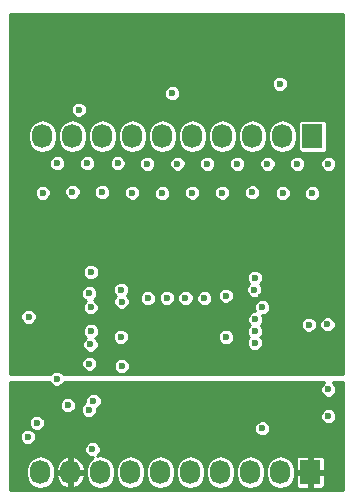
<source format=gbr>
G04 #@! TF.FileFunction,Copper,L2,Inr,Signal*
%FSLAX46Y46*%
G04 Gerber Fmt 4.6, Leading zero omitted, Abs format (unit mm)*
G04 Created by KiCad (PCBNEW 4.0.4-stable) date Wednesday, May 10, 2017 'PMt' 03:49:53 PM*
%MOMM*%
%LPD*%
G01*
G04 APERTURE LIST*
%ADD10C,0.100000*%
%ADD11R,1.727200X2.032000*%
%ADD12O,1.727200X2.032000*%
%ADD13C,0.600000*%
%ADD14C,0.254000*%
G04 APERTURE END LIST*
D10*
D11*
X58140600Y-39293800D03*
D12*
X55600600Y-39293800D03*
X53060600Y-39293800D03*
X50520600Y-39293800D03*
X47980600Y-39293800D03*
X45440600Y-39293800D03*
X42900600Y-39293800D03*
X40360600Y-39293800D03*
X37820600Y-39293800D03*
X35280600Y-39293800D03*
D11*
X57962800Y-67741800D03*
D12*
X55422800Y-67741800D03*
X52882800Y-67741800D03*
X50342800Y-67741800D03*
X47802800Y-67741800D03*
X45262800Y-67741800D03*
X42722800Y-67741800D03*
X40182800Y-67741800D03*
X37642800Y-67741800D03*
X35102800Y-67741800D03*
D13*
X39611300Y-61711840D03*
X36507420Y-59817000D03*
X43634660Y-60568840D03*
X50833020Y-60665360D03*
X50829140Y-56285200D03*
X39971980Y-60934600D03*
X54952900Y-61889640D03*
X53891180Y-64023240D03*
X41993820Y-58745120D03*
X39530020Y-65796160D03*
X49004220Y-53004720D03*
X47404020Y-52989480D03*
X45829220Y-52969160D03*
X44223940Y-53014880D03*
X41932860Y-56276240D03*
X53281580Y-55788560D03*
X53281580Y-56784240D03*
X53266340Y-51287680D03*
X39220140Y-62448440D03*
X34820860Y-63550800D03*
X34063940Y-64749680D03*
X59499500Y-41617900D03*
X56870600Y-41617900D03*
X54343300Y-41617900D03*
X51790600Y-41630600D03*
X49237900Y-41617900D03*
X46723300Y-41605200D03*
X44170600Y-41617900D03*
X41656000Y-41579800D03*
X39090600Y-41579800D03*
X38379400Y-37033200D03*
X36550600Y-41579800D03*
X59499500Y-63004700D03*
X59499500Y-60731400D03*
X57835800Y-55245000D03*
X59423300Y-55219600D03*
X55397400Y-34848800D03*
X46278800Y-35648900D03*
X54851300Y-58785760D03*
X50838100Y-54264560D03*
X53820060Y-52892960D03*
X50934620Y-51795680D03*
X44213780Y-56327040D03*
X45834300Y-56306720D03*
X47414180Y-56306720D03*
X48988980Y-56311800D03*
X46515020Y-51658520D03*
X46494700Y-50104040D03*
X41821100Y-50279300D03*
X41973500Y-51269900D03*
X39408100Y-51777900D03*
X53317140Y-54782720D03*
X34112200Y-54584600D03*
X39268400Y-58547000D03*
X50807620Y-52786280D03*
X53235860Y-52288440D03*
X39357300Y-56921400D03*
X39382700Y-50787300D03*
X41960800Y-52273200D03*
X41986200Y-53289200D03*
X37442140Y-62062360D03*
X37833300Y-43992800D03*
X42900600Y-44069000D03*
X35306000Y-44081700D03*
X40360600Y-44018200D03*
X45440600Y-44107100D03*
X53891180Y-53766720D03*
X58140600Y-44107100D03*
X53047900Y-44043600D03*
X47967900Y-44069000D03*
X55626000Y-44094400D03*
X50520600Y-44069000D03*
X39255700Y-52590700D03*
X39397940Y-55788560D03*
X39370000Y-53784500D03*
D14*
G36*
X35929759Y-60202252D02*
X36121161Y-60393987D01*
X36371366Y-60497882D01*
X36642285Y-60498118D01*
X36892672Y-60394661D01*
X37084407Y-60203259D01*
X37109794Y-60142120D01*
X59142368Y-60142120D01*
X59114248Y-60153739D01*
X58922513Y-60345141D01*
X58818618Y-60595346D01*
X58818382Y-60866265D01*
X58921839Y-61116652D01*
X59113241Y-61308387D01*
X59363446Y-61412282D01*
X59634365Y-61412518D01*
X59884752Y-61309061D01*
X60076487Y-61117659D01*
X60180382Y-60867454D01*
X60180618Y-60596535D01*
X60077161Y-60346148D01*
X59885759Y-60154413D01*
X59856154Y-60142120D01*
X60706800Y-60142120D01*
X60706800Y-69203100D01*
X32536600Y-69203100D01*
X32536600Y-67562031D01*
X33858200Y-67562031D01*
X33858200Y-67921569D01*
X33952940Y-68397857D01*
X34222735Y-68801634D01*
X34626512Y-69071429D01*
X35102800Y-69166169D01*
X35579088Y-69071429D01*
X35982865Y-68801634D01*
X36252660Y-68397857D01*
X36319065Y-68064013D01*
X36408273Y-68064013D01*
X36567230Y-68523520D01*
X36889933Y-68887219D01*
X37323682Y-69097193D01*
X37515800Y-69036512D01*
X37515800Y-67868800D01*
X37769800Y-67868800D01*
X37769800Y-69036512D01*
X37961918Y-69097193D01*
X38395667Y-68887219D01*
X38718370Y-68523520D01*
X38877327Y-68064013D01*
X38793443Y-67868800D01*
X37769800Y-67868800D01*
X37515800Y-67868800D01*
X36492157Y-67868800D01*
X36408273Y-68064013D01*
X36319065Y-68064013D01*
X36347400Y-67921569D01*
X36347400Y-67562031D01*
X36319066Y-67419587D01*
X36408273Y-67419587D01*
X36492157Y-67614800D01*
X37515800Y-67614800D01*
X37515800Y-66447088D01*
X37769800Y-66447088D01*
X37769800Y-67614800D01*
X38793443Y-67614800D01*
X38877327Y-67419587D01*
X38718370Y-66960080D01*
X38395667Y-66596381D01*
X37961918Y-66386407D01*
X37769800Y-66447088D01*
X37515800Y-66447088D01*
X37323682Y-66386407D01*
X36889933Y-66596381D01*
X36567230Y-66960080D01*
X36408273Y-67419587D01*
X36319066Y-67419587D01*
X36252660Y-67085743D01*
X35982865Y-66681966D01*
X35579088Y-66412171D01*
X35102800Y-66317431D01*
X34626512Y-66412171D01*
X34222735Y-66681966D01*
X33952940Y-67085743D01*
X33858200Y-67562031D01*
X32536600Y-67562031D01*
X32536600Y-65931025D01*
X38848902Y-65931025D01*
X38952359Y-66181412D01*
X39143761Y-66373147D01*
X39393966Y-66477042D01*
X39609145Y-66477229D01*
X39302735Y-66681966D01*
X39032940Y-67085743D01*
X38938200Y-67562031D01*
X38938200Y-67921569D01*
X39032940Y-68397857D01*
X39302735Y-68801634D01*
X39706512Y-69071429D01*
X40182800Y-69166169D01*
X40659088Y-69071429D01*
X41062865Y-68801634D01*
X41332660Y-68397857D01*
X41427400Y-67921569D01*
X41427400Y-67562031D01*
X41478200Y-67562031D01*
X41478200Y-67921569D01*
X41572940Y-68397857D01*
X41842735Y-68801634D01*
X42246512Y-69071429D01*
X42722800Y-69166169D01*
X43199088Y-69071429D01*
X43602865Y-68801634D01*
X43872660Y-68397857D01*
X43967400Y-67921569D01*
X43967400Y-67562031D01*
X44018200Y-67562031D01*
X44018200Y-67921569D01*
X44112940Y-68397857D01*
X44382735Y-68801634D01*
X44786512Y-69071429D01*
X45262800Y-69166169D01*
X45739088Y-69071429D01*
X46142865Y-68801634D01*
X46412660Y-68397857D01*
X46507400Y-67921569D01*
X46507400Y-67562031D01*
X46558200Y-67562031D01*
X46558200Y-67921569D01*
X46652940Y-68397857D01*
X46922735Y-68801634D01*
X47326512Y-69071429D01*
X47802800Y-69166169D01*
X48279088Y-69071429D01*
X48682865Y-68801634D01*
X48952660Y-68397857D01*
X49047400Y-67921569D01*
X49047400Y-67562031D01*
X49098200Y-67562031D01*
X49098200Y-67921569D01*
X49192940Y-68397857D01*
X49462735Y-68801634D01*
X49866512Y-69071429D01*
X50342800Y-69166169D01*
X50819088Y-69071429D01*
X51222865Y-68801634D01*
X51492660Y-68397857D01*
X51587400Y-67921569D01*
X51587400Y-67562031D01*
X51638200Y-67562031D01*
X51638200Y-67921569D01*
X51732940Y-68397857D01*
X52002735Y-68801634D01*
X52406512Y-69071429D01*
X52882800Y-69166169D01*
X53359088Y-69071429D01*
X53762865Y-68801634D01*
X54032660Y-68397857D01*
X54127400Y-67921569D01*
X54127400Y-67562031D01*
X54178200Y-67562031D01*
X54178200Y-67921569D01*
X54272940Y-68397857D01*
X54542735Y-68801634D01*
X54946512Y-69071429D01*
X55422800Y-69166169D01*
X55899088Y-69071429D01*
X56302865Y-68801634D01*
X56572660Y-68397857D01*
X56658949Y-67964050D01*
X56718200Y-67964050D01*
X56718200Y-68833585D01*
X56776204Y-68973619D01*
X56883380Y-69080796D01*
X57023414Y-69138800D01*
X57740550Y-69138800D01*
X57835800Y-69043550D01*
X57835800Y-67868800D01*
X58089800Y-67868800D01*
X58089800Y-69043550D01*
X58185050Y-69138800D01*
X58902186Y-69138800D01*
X59042220Y-69080796D01*
X59149396Y-68973619D01*
X59207400Y-68833585D01*
X59207400Y-67964050D01*
X59112150Y-67868800D01*
X58089800Y-67868800D01*
X57835800Y-67868800D01*
X56813450Y-67868800D01*
X56718200Y-67964050D01*
X56658949Y-67964050D01*
X56667400Y-67921569D01*
X56667400Y-67562031D01*
X56572660Y-67085743D01*
X56302865Y-66681966D01*
X56255047Y-66650015D01*
X56718200Y-66650015D01*
X56718200Y-67519550D01*
X56813450Y-67614800D01*
X57835800Y-67614800D01*
X57835800Y-66440050D01*
X58089800Y-66440050D01*
X58089800Y-67614800D01*
X59112150Y-67614800D01*
X59207400Y-67519550D01*
X59207400Y-66650015D01*
X59149396Y-66509981D01*
X59042220Y-66402804D01*
X58902186Y-66344800D01*
X58185050Y-66344800D01*
X58089800Y-66440050D01*
X57835800Y-66440050D01*
X57740550Y-66344800D01*
X57023414Y-66344800D01*
X56883380Y-66402804D01*
X56776204Y-66509981D01*
X56718200Y-66650015D01*
X56255047Y-66650015D01*
X55899088Y-66412171D01*
X55422800Y-66317431D01*
X54946512Y-66412171D01*
X54542735Y-66681966D01*
X54272940Y-67085743D01*
X54178200Y-67562031D01*
X54127400Y-67562031D01*
X54032660Y-67085743D01*
X53762865Y-66681966D01*
X53359088Y-66412171D01*
X52882800Y-66317431D01*
X52406512Y-66412171D01*
X52002735Y-66681966D01*
X51732940Y-67085743D01*
X51638200Y-67562031D01*
X51587400Y-67562031D01*
X51492660Y-67085743D01*
X51222865Y-66681966D01*
X50819088Y-66412171D01*
X50342800Y-66317431D01*
X49866512Y-66412171D01*
X49462735Y-66681966D01*
X49192940Y-67085743D01*
X49098200Y-67562031D01*
X49047400Y-67562031D01*
X48952660Y-67085743D01*
X48682865Y-66681966D01*
X48279088Y-66412171D01*
X47802800Y-66317431D01*
X47326512Y-66412171D01*
X46922735Y-66681966D01*
X46652940Y-67085743D01*
X46558200Y-67562031D01*
X46507400Y-67562031D01*
X46412660Y-67085743D01*
X46142865Y-66681966D01*
X45739088Y-66412171D01*
X45262800Y-66317431D01*
X44786512Y-66412171D01*
X44382735Y-66681966D01*
X44112940Y-67085743D01*
X44018200Y-67562031D01*
X43967400Y-67562031D01*
X43872660Y-67085743D01*
X43602865Y-66681966D01*
X43199088Y-66412171D01*
X42722800Y-66317431D01*
X42246512Y-66412171D01*
X41842735Y-66681966D01*
X41572940Y-67085743D01*
X41478200Y-67562031D01*
X41427400Y-67562031D01*
X41332660Y-67085743D01*
X41062865Y-66681966D01*
X40659088Y-66412171D01*
X40182800Y-66317431D01*
X39919244Y-66369856D01*
X40107007Y-66182419D01*
X40210902Y-65932214D01*
X40211138Y-65661295D01*
X40107681Y-65410908D01*
X39916279Y-65219173D01*
X39666074Y-65115278D01*
X39395155Y-65115042D01*
X39144768Y-65218499D01*
X38953033Y-65409901D01*
X38849138Y-65660106D01*
X38848902Y-65931025D01*
X32536600Y-65931025D01*
X32536600Y-64884545D01*
X33382822Y-64884545D01*
X33486279Y-65134932D01*
X33677681Y-65326667D01*
X33927886Y-65430562D01*
X34198805Y-65430798D01*
X34449192Y-65327341D01*
X34640927Y-65135939D01*
X34744822Y-64885734D01*
X34745058Y-64614815D01*
X34641601Y-64364428D01*
X34450199Y-64172693D01*
X34199994Y-64068798D01*
X33929075Y-64068562D01*
X33678688Y-64172019D01*
X33486953Y-64363421D01*
X33383058Y-64613626D01*
X33382822Y-64884545D01*
X32536600Y-64884545D01*
X32536600Y-63685665D01*
X34139742Y-63685665D01*
X34243199Y-63936052D01*
X34434601Y-64127787D01*
X34684806Y-64231682D01*
X34955725Y-64231918D01*
X35134367Y-64158105D01*
X53210062Y-64158105D01*
X53313519Y-64408492D01*
X53504921Y-64600227D01*
X53755126Y-64704122D01*
X54026045Y-64704358D01*
X54276432Y-64600901D01*
X54468167Y-64409499D01*
X54572062Y-64159294D01*
X54572298Y-63888375D01*
X54468841Y-63637988D01*
X54277439Y-63446253D01*
X54027234Y-63342358D01*
X53756315Y-63342122D01*
X53505928Y-63445579D01*
X53314193Y-63636981D01*
X53210298Y-63887186D01*
X53210062Y-64158105D01*
X35134367Y-64158105D01*
X35206112Y-64128461D01*
X35397847Y-63937059D01*
X35501742Y-63686854D01*
X35501978Y-63415935D01*
X35398521Y-63165548D01*
X35372584Y-63139565D01*
X58818382Y-63139565D01*
X58921839Y-63389952D01*
X59113241Y-63581687D01*
X59363446Y-63685582D01*
X59634365Y-63685818D01*
X59884752Y-63582361D01*
X60076487Y-63390959D01*
X60180382Y-63140754D01*
X60180618Y-62869835D01*
X60077161Y-62619448D01*
X59885759Y-62427713D01*
X59635554Y-62323818D01*
X59364635Y-62323582D01*
X59114248Y-62427039D01*
X58922513Y-62618441D01*
X58818618Y-62868646D01*
X58818382Y-63139565D01*
X35372584Y-63139565D01*
X35207119Y-62973813D01*
X34956914Y-62869918D01*
X34685995Y-62869682D01*
X34435608Y-62973139D01*
X34243873Y-63164541D01*
X34139978Y-63414746D01*
X34139742Y-63685665D01*
X32536600Y-63685665D01*
X32536600Y-62197225D01*
X36761022Y-62197225D01*
X36864479Y-62447612D01*
X37055881Y-62639347D01*
X37306086Y-62743242D01*
X37577005Y-62743478D01*
X37827392Y-62640021D01*
X37884206Y-62583305D01*
X38539022Y-62583305D01*
X38642479Y-62833692D01*
X38833881Y-63025427D01*
X39084086Y-63129322D01*
X39355005Y-63129558D01*
X39605392Y-63026101D01*
X39797127Y-62834699D01*
X39901022Y-62584494D01*
X39901245Y-62328881D01*
X39996552Y-62289501D01*
X40188287Y-62098099D01*
X40292182Y-61847894D01*
X40292418Y-61576975D01*
X40188961Y-61326588D01*
X39997559Y-61134853D01*
X39747354Y-61030958D01*
X39476435Y-61030722D01*
X39226048Y-61134179D01*
X39034313Y-61325581D01*
X38930418Y-61575786D01*
X38930195Y-61831399D01*
X38834888Y-61870779D01*
X38643153Y-62062181D01*
X38539258Y-62312386D01*
X38539022Y-62583305D01*
X37884206Y-62583305D01*
X38019127Y-62448619D01*
X38123022Y-62198414D01*
X38123258Y-61927495D01*
X38019801Y-61677108D01*
X37828399Y-61485373D01*
X37578194Y-61381478D01*
X37307275Y-61381242D01*
X37056888Y-61484699D01*
X36865153Y-61676101D01*
X36761258Y-61926306D01*
X36761022Y-62197225D01*
X32536600Y-62197225D01*
X32536600Y-60142120D01*
X35904913Y-60142120D01*
X35929759Y-60202252D01*
X35929759Y-60202252D01*
G37*
X35929759Y-60202252D02*
X36121161Y-60393987D01*
X36371366Y-60497882D01*
X36642285Y-60498118D01*
X36892672Y-60394661D01*
X37084407Y-60203259D01*
X37109794Y-60142120D01*
X59142368Y-60142120D01*
X59114248Y-60153739D01*
X58922513Y-60345141D01*
X58818618Y-60595346D01*
X58818382Y-60866265D01*
X58921839Y-61116652D01*
X59113241Y-61308387D01*
X59363446Y-61412282D01*
X59634365Y-61412518D01*
X59884752Y-61309061D01*
X60076487Y-61117659D01*
X60180382Y-60867454D01*
X60180618Y-60596535D01*
X60077161Y-60346148D01*
X59885759Y-60154413D01*
X59856154Y-60142120D01*
X60706800Y-60142120D01*
X60706800Y-69203100D01*
X32536600Y-69203100D01*
X32536600Y-67562031D01*
X33858200Y-67562031D01*
X33858200Y-67921569D01*
X33952940Y-68397857D01*
X34222735Y-68801634D01*
X34626512Y-69071429D01*
X35102800Y-69166169D01*
X35579088Y-69071429D01*
X35982865Y-68801634D01*
X36252660Y-68397857D01*
X36319065Y-68064013D01*
X36408273Y-68064013D01*
X36567230Y-68523520D01*
X36889933Y-68887219D01*
X37323682Y-69097193D01*
X37515800Y-69036512D01*
X37515800Y-67868800D01*
X37769800Y-67868800D01*
X37769800Y-69036512D01*
X37961918Y-69097193D01*
X38395667Y-68887219D01*
X38718370Y-68523520D01*
X38877327Y-68064013D01*
X38793443Y-67868800D01*
X37769800Y-67868800D01*
X37515800Y-67868800D01*
X36492157Y-67868800D01*
X36408273Y-68064013D01*
X36319065Y-68064013D01*
X36347400Y-67921569D01*
X36347400Y-67562031D01*
X36319066Y-67419587D01*
X36408273Y-67419587D01*
X36492157Y-67614800D01*
X37515800Y-67614800D01*
X37515800Y-66447088D01*
X37769800Y-66447088D01*
X37769800Y-67614800D01*
X38793443Y-67614800D01*
X38877327Y-67419587D01*
X38718370Y-66960080D01*
X38395667Y-66596381D01*
X37961918Y-66386407D01*
X37769800Y-66447088D01*
X37515800Y-66447088D01*
X37323682Y-66386407D01*
X36889933Y-66596381D01*
X36567230Y-66960080D01*
X36408273Y-67419587D01*
X36319066Y-67419587D01*
X36252660Y-67085743D01*
X35982865Y-66681966D01*
X35579088Y-66412171D01*
X35102800Y-66317431D01*
X34626512Y-66412171D01*
X34222735Y-66681966D01*
X33952940Y-67085743D01*
X33858200Y-67562031D01*
X32536600Y-67562031D01*
X32536600Y-65931025D01*
X38848902Y-65931025D01*
X38952359Y-66181412D01*
X39143761Y-66373147D01*
X39393966Y-66477042D01*
X39609145Y-66477229D01*
X39302735Y-66681966D01*
X39032940Y-67085743D01*
X38938200Y-67562031D01*
X38938200Y-67921569D01*
X39032940Y-68397857D01*
X39302735Y-68801634D01*
X39706512Y-69071429D01*
X40182800Y-69166169D01*
X40659088Y-69071429D01*
X41062865Y-68801634D01*
X41332660Y-68397857D01*
X41427400Y-67921569D01*
X41427400Y-67562031D01*
X41478200Y-67562031D01*
X41478200Y-67921569D01*
X41572940Y-68397857D01*
X41842735Y-68801634D01*
X42246512Y-69071429D01*
X42722800Y-69166169D01*
X43199088Y-69071429D01*
X43602865Y-68801634D01*
X43872660Y-68397857D01*
X43967400Y-67921569D01*
X43967400Y-67562031D01*
X44018200Y-67562031D01*
X44018200Y-67921569D01*
X44112940Y-68397857D01*
X44382735Y-68801634D01*
X44786512Y-69071429D01*
X45262800Y-69166169D01*
X45739088Y-69071429D01*
X46142865Y-68801634D01*
X46412660Y-68397857D01*
X46507400Y-67921569D01*
X46507400Y-67562031D01*
X46558200Y-67562031D01*
X46558200Y-67921569D01*
X46652940Y-68397857D01*
X46922735Y-68801634D01*
X47326512Y-69071429D01*
X47802800Y-69166169D01*
X48279088Y-69071429D01*
X48682865Y-68801634D01*
X48952660Y-68397857D01*
X49047400Y-67921569D01*
X49047400Y-67562031D01*
X49098200Y-67562031D01*
X49098200Y-67921569D01*
X49192940Y-68397857D01*
X49462735Y-68801634D01*
X49866512Y-69071429D01*
X50342800Y-69166169D01*
X50819088Y-69071429D01*
X51222865Y-68801634D01*
X51492660Y-68397857D01*
X51587400Y-67921569D01*
X51587400Y-67562031D01*
X51638200Y-67562031D01*
X51638200Y-67921569D01*
X51732940Y-68397857D01*
X52002735Y-68801634D01*
X52406512Y-69071429D01*
X52882800Y-69166169D01*
X53359088Y-69071429D01*
X53762865Y-68801634D01*
X54032660Y-68397857D01*
X54127400Y-67921569D01*
X54127400Y-67562031D01*
X54178200Y-67562031D01*
X54178200Y-67921569D01*
X54272940Y-68397857D01*
X54542735Y-68801634D01*
X54946512Y-69071429D01*
X55422800Y-69166169D01*
X55899088Y-69071429D01*
X56302865Y-68801634D01*
X56572660Y-68397857D01*
X56658949Y-67964050D01*
X56718200Y-67964050D01*
X56718200Y-68833585D01*
X56776204Y-68973619D01*
X56883380Y-69080796D01*
X57023414Y-69138800D01*
X57740550Y-69138800D01*
X57835800Y-69043550D01*
X57835800Y-67868800D01*
X58089800Y-67868800D01*
X58089800Y-69043550D01*
X58185050Y-69138800D01*
X58902186Y-69138800D01*
X59042220Y-69080796D01*
X59149396Y-68973619D01*
X59207400Y-68833585D01*
X59207400Y-67964050D01*
X59112150Y-67868800D01*
X58089800Y-67868800D01*
X57835800Y-67868800D01*
X56813450Y-67868800D01*
X56718200Y-67964050D01*
X56658949Y-67964050D01*
X56667400Y-67921569D01*
X56667400Y-67562031D01*
X56572660Y-67085743D01*
X56302865Y-66681966D01*
X56255047Y-66650015D01*
X56718200Y-66650015D01*
X56718200Y-67519550D01*
X56813450Y-67614800D01*
X57835800Y-67614800D01*
X57835800Y-66440050D01*
X58089800Y-66440050D01*
X58089800Y-67614800D01*
X59112150Y-67614800D01*
X59207400Y-67519550D01*
X59207400Y-66650015D01*
X59149396Y-66509981D01*
X59042220Y-66402804D01*
X58902186Y-66344800D01*
X58185050Y-66344800D01*
X58089800Y-66440050D01*
X57835800Y-66440050D01*
X57740550Y-66344800D01*
X57023414Y-66344800D01*
X56883380Y-66402804D01*
X56776204Y-66509981D01*
X56718200Y-66650015D01*
X56255047Y-66650015D01*
X55899088Y-66412171D01*
X55422800Y-66317431D01*
X54946512Y-66412171D01*
X54542735Y-66681966D01*
X54272940Y-67085743D01*
X54178200Y-67562031D01*
X54127400Y-67562031D01*
X54032660Y-67085743D01*
X53762865Y-66681966D01*
X53359088Y-66412171D01*
X52882800Y-66317431D01*
X52406512Y-66412171D01*
X52002735Y-66681966D01*
X51732940Y-67085743D01*
X51638200Y-67562031D01*
X51587400Y-67562031D01*
X51492660Y-67085743D01*
X51222865Y-66681966D01*
X50819088Y-66412171D01*
X50342800Y-66317431D01*
X49866512Y-66412171D01*
X49462735Y-66681966D01*
X49192940Y-67085743D01*
X49098200Y-67562031D01*
X49047400Y-67562031D01*
X48952660Y-67085743D01*
X48682865Y-66681966D01*
X48279088Y-66412171D01*
X47802800Y-66317431D01*
X47326512Y-66412171D01*
X46922735Y-66681966D01*
X46652940Y-67085743D01*
X46558200Y-67562031D01*
X46507400Y-67562031D01*
X46412660Y-67085743D01*
X46142865Y-66681966D01*
X45739088Y-66412171D01*
X45262800Y-66317431D01*
X44786512Y-66412171D01*
X44382735Y-66681966D01*
X44112940Y-67085743D01*
X44018200Y-67562031D01*
X43967400Y-67562031D01*
X43872660Y-67085743D01*
X43602865Y-66681966D01*
X43199088Y-66412171D01*
X42722800Y-66317431D01*
X42246512Y-66412171D01*
X41842735Y-66681966D01*
X41572940Y-67085743D01*
X41478200Y-67562031D01*
X41427400Y-67562031D01*
X41332660Y-67085743D01*
X41062865Y-66681966D01*
X40659088Y-66412171D01*
X40182800Y-66317431D01*
X39919244Y-66369856D01*
X40107007Y-66182419D01*
X40210902Y-65932214D01*
X40211138Y-65661295D01*
X40107681Y-65410908D01*
X39916279Y-65219173D01*
X39666074Y-65115278D01*
X39395155Y-65115042D01*
X39144768Y-65218499D01*
X38953033Y-65409901D01*
X38849138Y-65660106D01*
X38848902Y-65931025D01*
X32536600Y-65931025D01*
X32536600Y-64884545D01*
X33382822Y-64884545D01*
X33486279Y-65134932D01*
X33677681Y-65326667D01*
X33927886Y-65430562D01*
X34198805Y-65430798D01*
X34449192Y-65327341D01*
X34640927Y-65135939D01*
X34744822Y-64885734D01*
X34745058Y-64614815D01*
X34641601Y-64364428D01*
X34450199Y-64172693D01*
X34199994Y-64068798D01*
X33929075Y-64068562D01*
X33678688Y-64172019D01*
X33486953Y-64363421D01*
X33383058Y-64613626D01*
X33382822Y-64884545D01*
X32536600Y-64884545D01*
X32536600Y-63685665D01*
X34139742Y-63685665D01*
X34243199Y-63936052D01*
X34434601Y-64127787D01*
X34684806Y-64231682D01*
X34955725Y-64231918D01*
X35134367Y-64158105D01*
X53210062Y-64158105D01*
X53313519Y-64408492D01*
X53504921Y-64600227D01*
X53755126Y-64704122D01*
X54026045Y-64704358D01*
X54276432Y-64600901D01*
X54468167Y-64409499D01*
X54572062Y-64159294D01*
X54572298Y-63888375D01*
X54468841Y-63637988D01*
X54277439Y-63446253D01*
X54027234Y-63342358D01*
X53756315Y-63342122D01*
X53505928Y-63445579D01*
X53314193Y-63636981D01*
X53210298Y-63887186D01*
X53210062Y-64158105D01*
X35134367Y-64158105D01*
X35206112Y-64128461D01*
X35397847Y-63937059D01*
X35501742Y-63686854D01*
X35501978Y-63415935D01*
X35398521Y-63165548D01*
X35372584Y-63139565D01*
X58818382Y-63139565D01*
X58921839Y-63389952D01*
X59113241Y-63581687D01*
X59363446Y-63685582D01*
X59634365Y-63685818D01*
X59884752Y-63582361D01*
X60076487Y-63390959D01*
X60180382Y-63140754D01*
X60180618Y-62869835D01*
X60077161Y-62619448D01*
X59885759Y-62427713D01*
X59635554Y-62323818D01*
X59364635Y-62323582D01*
X59114248Y-62427039D01*
X58922513Y-62618441D01*
X58818618Y-62868646D01*
X58818382Y-63139565D01*
X35372584Y-63139565D01*
X35207119Y-62973813D01*
X34956914Y-62869918D01*
X34685995Y-62869682D01*
X34435608Y-62973139D01*
X34243873Y-63164541D01*
X34139978Y-63414746D01*
X34139742Y-63685665D01*
X32536600Y-63685665D01*
X32536600Y-62197225D01*
X36761022Y-62197225D01*
X36864479Y-62447612D01*
X37055881Y-62639347D01*
X37306086Y-62743242D01*
X37577005Y-62743478D01*
X37827392Y-62640021D01*
X37884206Y-62583305D01*
X38539022Y-62583305D01*
X38642479Y-62833692D01*
X38833881Y-63025427D01*
X39084086Y-63129322D01*
X39355005Y-63129558D01*
X39605392Y-63026101D01*
X39797127Y-62834699D01*
X39901022Y-62584494D01*
X39901245Y-62328881D01*
X39996552Y-62289501D01*
X40188287Y-62098099D01*
X40292182Y-61847894D01*
X40292418Y-61576975D01*
X40188961Y-61326588D01*
X39997559Y-61134853D01*
X39747354Y-61030958D01*
X39476435Y-61030722D01*
X39226048Y-61134179D01*
X39034313Y-61325581D01*
X38930418Y-61575786D01*
X38930195Y-61831399D01*
X38834888Y-61870779D01*
X38643153Y-62062181D01*
X38539258Y-62312386D01*
X38539022Y-62583305D01*
X37884206Y-62583305D01*
X38019127Y-62448619D01*
X38123022Y-62198414D01*
X38123258Y-61927495D01*
X38019801Y-61677108D01*
X37828399Y-61485373D01*
X37578194Y-61381478D01*
X37307275Y-61381242D01*
X37056888Y-61484699D01*
X36865153Y-61676101D01*
X36761258Y-61926306D01*
X36761022Y-62197225D01*
X32536600Y-62197225D01*
X32536600Y-60142120D01*
X35904913Y-60142120D01*
X35929759Y-60202252D01*
G36*
X60706800Y-59446220D02*
X37092778Y-59450376D01*
X37085081Y-59431748D01*
X36893679Y-59240013D01*
X36643474Y-59136118D01*
X36372555Y-59135882D01*
X36122168Y-59239339D01*
X35930433Y-59430741D01*
X35922194Y-59450582D01*
X32536600Y-59451177D01*
X32536600Y-58681865D01*
X38587282Y-58681865D01*
X38690739Y-58932252D01*
X38882141Y-59123987D01*
X39132346Y-59227882D01*
X39403265Y-59228118D01*
X39653652Y-59124661D01*
X39845387Y-58933259D01*
X39867508Y-58879985D01*
X41312702Y-58879985D01*
X41416159Y-59130372D01*
X41607561Y-59322107D01*
X41857766Y-59426002D01*
X42128685Y-59426238D01*
X42379072Y-59322781D01*
X42570807Y-59131379D01*
X42674702Y-58881174D01*
X42674938Y-58610255D01*
X42571481Y-58359868D01*
X42380079Y-58168133D01*
X42129874Y-58064238D01*
X41858955Y-58064002D01*
X41608568Y-58167459D01*
X41416833Y-58358861D01*
X41312938Y-58609066D01*
X41312702Y-58879985D01*
X39867508Y-58879985D01*
X39949282Y-58683054D01*
X39949518Y-58412135D01*
X39846061Y-58161748D01*
X39654659Y-57970013D01*
X39404454Y-57866118D01*
X39133535Y-57865882D01*
X38883148Y-57969339D01*
X38691413Y-58160741D01*
X38587518Y-58410946D01*
X38587282Y-58681865D01*
X32536600Y-58681865D01*
X32536600Y-57056265D01*
X38676182Y-57056265D01*
X38779639Y-57306652D01*
X38971041Y-57498387D01*
X39221246Y-57602282D01*
X39492165Y-57602518D01*
X39742552Y-57499061D01*
X39934287Y-57307659D01*
X40038182Y-57057454D01*
X40038418Y-56786535D01*
X39934961Y-56536148D01*
X39810136Y-56411105D01*
X41251742Y-56411105D01*
X41355199Y-56661492D01*
X41546601Y-56853227D01*
X41796806Y-56957122D01*
X42067725Y-56957358D01*
X42318112Y-56853901D01*
X42509847Y-56662499D01*
X42610515Y-56420065D01*
X50148022Y-56420065D01*
X50251479Y-56670452D01*
X50442881Y-56862187D01*
X50693086Y-56966082D01*
X50964005Y-56966318D01*
X51214392Y-56862861D01*
X51406127Y-56671459D01*
X51510022Y-56421254D01*
X51510258Y-56150335D01*
X51416502Y-55923425D01*
X52600462Y-55923425D01*
X52703919Y-56173812D01*
X52816340Y-56286428D01*
X52704593Y-56397981D01*
X52600698Y-56648186D01*
X52600462Y-56919105D01*
X52703919Y-57169492D01*
X52895321Y-57361227D01*
X53145526Y-57465122D01*
X53416445Y-57465358D01*
X53666832Y-57361901D01*
X53858567Y-57170499D01*
X53962462Y-56920294D01*
X53962698Y-56649375D01*
X53859241Y-56398988D01*
X53746820Y-56286372D01*
X53858567Y-56174819D01*
X53962462Y-55924614D01*
X53962698Y-55653695D01*
X53859241Y-55403308D01*
X53835839Y-55379865D01*
X57154682Y-55379865D01*
X57258139Y-55630252D01*
X57449541Y-55821987D01*
X57699746Y-55925882D01*
X57970665Y-55926118D01*
X58221052Y-55822661D01*
X58412787Y-55631259D01*
X58516682Y-55381054D01*
X58516705Y-55354465D01*
X58742182Y-55354465D01*
X58845639Y-55604852D01*
X59037041Y-55796587D01*
X59287246Y-55900482D01*
X59558165Y-55900718D01*
X59808552Y-55797261D01*
X60000287Y-55605859D01*
X60104182Y-55355654D01*
X60104418Y-55084735D01*
X60000961Y-54834348D01*
X59809559Y-54642613D01*
X59559354Y-54538718D01*
X59288435Y-54538482D01*
X59038048Y-54641939D01*
X58846313Y-54833341D01*
X58742418Y-55083546D01*
X58742182Y-55354465D01*
X58516705Y-55354465D01*
X58516918Y-55110135D01*
X58413461Y-54859748D01*
X58222059Y-54668013D01*
X57971854Y-54564118D01*
X57700935Y-54563882D01*
X57450548Y-54667339D01*
X57258813Y-54858741D01*
X57154918Y-55108946D01*
X57154682Y-55379865D01*
X53835839Y-55379865D01*
X53759489Y-55303383D01*
X53894127Y-55168979D01*
X53998022Y-54918774D01*
X53998258Y-54647855D01*
X53915574Y-54447742D01*
X54026045Y-54447838D01*
X54276432Y-54344381D01*
X54468167Y-54152979D01*
X54572062Y-53902774D01*
X54572298Y-53631855D01*
X54468841Y-53381468D01*
X54277439Y-53189733D01*
X54027234Y-53085838D01*
X53756315Y-53085602D01*
X53505928Y-53189059D01*
X53314193Y-53380461D01*
X53210298Y-53630666D01*
X53210062Y-53901585D01*
X53292746Y-54101698D01*
X53182275Y-54101602D01*
X52931888Y-54205059D01*
X52740153Y-54396461D01*
X52636258Y-54646666D01*
X52636022Y-54917585D01*
X52739479Y-55167972D01*
X52839231Y-55267897D01*
X52704593Y-55402301D01*
X52600698Y-55652506D01*
X52600462Y-55923425D01*
X51416502Y-55923425D01*
X51406801Y-55899948D01*
X51215399Y-55708213D01*
X50965194Y-55604318D01*
X50694275Y-55604082D01*
X50443888Y-55707539D01*
X50252153Y-55898941D01*
X50148258Y-56149146D01*
X50148022Y-56420065D01*
X42610515Y-56420065D01*
X42613742Y-56412294D01*
X42613978Y-56141375D01*
X42510521Y-55890988D01*
X42319119Y-55699253D01*
X42068914Y-55595358D01*
X41797995Y-55595122D01*
X41547608Y-55698579D01*
X41355873Y-55889981D01*
X41251978Y-56140186D01*
X41251742Y-56411105D01*
X39810136Y-56411105D01*
X39770545Y-56371446D01*
X39783192Y-56366221D01*
X39974927Y-56174819D01*
X40078822Y-55924614D01*
X40079058Y-55653695D01*
X39975601Y-55403308D01*
X39784199Y-55211573D01*
X39533994Y-55107678D01*
X39263075Y-55107442D01*
X39012688Y-55210899D01*
X38820953Y-55402301D01*
X38717058Y-55652506D01*
X38716822Y-55923425D01*
X38820279Y-56173812D01*
X38984695Y-56338514D01*
X38972048Y-56343739D01*
X38780313Y-56535141D01*
X38676418Y-56785346D01*
X38676182Y-57056265D01*
X32536600Y-57056265D01*
X32536600Y-54719465D01*
X33431082Y-54719465D01*
X33534539Y-54969852D01*
X33725941Y-55161587D01*
X33976146Y-55265482D01*
X34247065Y-55265718D01*
X34497452Y-55162261D01*
X34689187Y-54970859D01*
X34793082Y-54720654D01*
X34793318Y-54449735D01*
X34689861Y-54199348D01*
X34498459Y-54007613D01*
X34248254Y-53903718D01*
X33977335Y-53903482D01*
X33726948Y-54006939D01*
X33535213Y-54198341D01*
X33431318Y-54448546D01*
X33431082Y-54719465D01*
X32536600Y-54719465D01*
X32536600Y-52725565D01*
X38574582Y-52725565D01*
X38678039Y-52975952D01*
X38869441Y-53167687D01*
X38978573Y-53213003D01*
X38793013Y-53398241D01*
X38689118Y-53648446D01*
X38688882Y-53919365D01*
X38792339Y-54169752D01*
X38983741Y-54361487D01*
X39233946Y-54465382D01*
X39504865Y-54465618D01*
X39755252Y-54362161D01*
X39946987Y-54170759D01*
X40050882Y-53920554D01*
X40051118Y-53649635D01*
X39947661Y-53399248D01*
X39756259Y-53207513D01*
X39647127Y-53162197D01*
X39832687Y-52976959D01*
X39936582Y-52726754D01*
X39936818Y-52455835D01*
X39917080Y-52408065D01*
X41279682Y-52408065D01*
X41383139Y-52658452D01*
X41518398Y-52793946D01*
X41409213Y-52902941D01*
X41305318Y-53153146D01*
X41305082Y-53424065D01*
X41408539Y-53674452D01*
X41599941Y-53866187D01*
X41850146Y-53970082D01*
X42121065Y-53970318D01*
X42371452Y-53866861D01*
X42563187Y-53675459D01*
X42667082Y-53425254D01*
X42667318Y-53154335D01*
X42665422Y-53149745D01*
X43542822Y-53149745D01*
X43646279Y-53400132D01*
X43837681Y-53591867D01*
X44087886Y-53695762D01*
X44358805Y-53695998D01*
X44609192Y-53592541D01*
X44800927Y-53401139D01*
X44904822Y-53150934D01*
X44904862Y-53104025D01*
X45148102Y-53104025D01*
X45251559Y-53354412D01*
X45442961Y-53546147D01*
X45693166Y-53650042D01*
X45964085Y-53650278D01*
X46214472Y-53546821D01*
X46406207Y-53355419D01*
X46502158Y-53124345D01*
X46722902Y-53124345D01*
X46826359Y-53374732D01*
X47017761Y-53566467D01*
X47267966Y-53670362D01*
X47538885Y-53670598D01*
X47789272Y-53567141D01*
X47981007Y-53375739D01*
X48079067Y-53139585D01*
X48323102Y-53139585D01*
X48426559Y-53389972D01*
X48617961Y-53581707D01*
X48868166Y-53685602D01*
X49139085Y-53685838D01*
X49389472Y-53582381D01*
X49581207Y-53390979D01*
X49685102Y-53140774D01*
X49685293Y-52921145D01*
X50126502Y-52921145D01*
X50229959Y-53171532D01*
X50421361Y-53363267D01*
X50671566Y-53467162D01*
X50942485Y-53467398D01*
X51192872Y-53363941D01*
X51384607Y-53172539D01*
X51488502Y-52922334D01*
X51488738Y-52651415D01*
X51394486Y-52423305D01*
X52554742Y-52423305D01*
X52658199Y-52673692D01*
X52849601Y-52865427D01*
X53099806Y-52969322D01*
X53370725Y-52969558D01*
X53621112Y-52866101D01*
X53812847Y-52674699D01*
X53916742Y-52424494D01*
X53916978Y-52153575D01*
X53813521Y-51903188D01*
X53713774Y-51803267D01*
X53843327Y-51673939D01*
X53947222Y-51423734D01*
X53947458Y-51152815D01*
X53844001Y-50902428D01*
X53652599Y-50710693D01*
X53402394Y-50606798D01*
X53131475Y-50606562D01*
X52881088Y-50710019D01*
X52689353Y-50901421D01*
X52585458Y-51151626D01*
X52585222Y-51422545D01*
X52688679Y-51672932D01*
X52788426Y-51772853D01*
X52658873Y-51902181D01*
X52554978Y-52152386D01*
X52554742Y-52423305D01*
X51394486Y-52423305D01*
X51385281Y-52401028D01*
X51193879Y-52209293D01*
X50943674Y-52105398D01*
X50672755Y-52105162D01*
X50422368Y-52208619D01*
X50230633Y-52400021D01*
X50126738Y-52650226D01*
X50126502Y-52921145D01*
X49685293Y-52921145D01*
X49685338Y-52869855D01*
X49581881Y-52619468D01*
X49390479Y-52427733D01*
X49140274Y-52323838D01*
X48869355Y-52323602D01*
X48618968Y-52427059D01*
X48427233Y-52618461D01*
X48323338Y-52868666D01*
X48323102Y-53139585D01*
X48079067Y-53139585D01*
X48084902Y-53125534D01*
X48085138Y-52854615D01*
X47981681Y-52604228D01*
X47790279Y-52412493D01*
X47540074Y-52308598D01*
X47269155Y-52308362D01*
X47018768Y-52411819D01*
X46827033Y-52603221D01*
X46723138Y-52853426D01*
X46722902Y-53124345D01*
X46502158Y-53124345D01*
X46510102Y-53105214D01*
X46510338Y-52834295D01*
X46406881Y-52583908D01*
X46215479Y-52392173D01*
X45965274Y-52288278D01*
X45694355Y-52288042D01*
X45443968Y-52391499D01*
X45252233Y-52582901D01*
X45148338Y-52833106D01*
X45148102Y-53104025D01*
X44904862Y-53104025D01*
X44905058Y-52880015D01*
X44801601Y-52629628D01*
X44610199Y-52437893D01*
X44359994Y-52333998D01*
X44089075Y-52333762D01*
X43838688Y-52437219D01*
X43646953Y-52628621D01*
X43543058Y-52878826D01*
X43542822Y-53149745D01*
X42665422Y-53149745D01*
X42563861Y-52903948D01*
X42428602Y-52768454D01*
X42537787Y-52659459D01*
X42641682Y-52409254D01*
X42641918Y-52138335D01*
X42538461Y-51887948D01*
X42347059Y-51696213D01*
X42096854Y-51592318D01*
X41825935Y-51592082D01*
X41575548Y-51695539D01*
X41383813Y-51886941D01*
X41279918Y-52137146D01*
X41279682Y-52408065D01*
X39917080Y-52408065D01*
X39833361Y-52205448D01*
X39641959Y-52013713D01*
X39391754Y-51909818D01*
X39120835Y-51909582D01*
X38870448Y-52013039D01*
X38678713Y-52204441D01*
X38574818Y-52454646D01*
X38574582Y-52725565D01*
X32536600Y-52725565D01*
X32536600Y-50922165D01*
X38701582Y-50922165D01*
X38805039Y-51172552D01*
X38996441Y-51364287D01*
X39246646Y-51468182D01*
X39517565Y-51468418D01*
X39767952Y-51364961D01*
X39959687Y-51173559D01*
X40063582Y-50923354D01*
X40063818Y-50652435D01*
X39960361Y-50402048D01*
X39768959Y-50210313D01*
X39518754Y-50106418D01*
X39247835Y-50106182D01*
X38997448Y-50209639D01*
X38805713Y-50401041D01*
X38701818Y-50651246D01*
X38701582Y-50922165D01*
X32536600Y-50922165D01*
X32536600Y-44216565D01*
X34624882Y-44216565D01*
X34728339Y-44466952D01*
X34919741Y-44658687D01*
X35169946Y-44762582D01*
X35440865Y-44762818D01*
X35691252Y-44659361D01*
X35882987Y-44467959D01*
X35986882Y-44217754D01*
X35986960Y-44127665D01*
X37152182Y-44127665D01*
X37255639Y-44378052D01*
X37447041Y-44569787D01*
X37697246Y-44673682D01*
X37968165Y-44673918D01*
X38218552Y-44570461D01*
X38410287Y-44379059D01*
X38504128Y-44153065D01*
X39679482Y-44153065D01*
X39782939Y-44403452D01*
X39974341Y-44595187D01*
X40224546Y-44699082D01*
X40495465Y-44699318D01*
X40745852Y-44595861D01*
X40937587Y-44404459D01*
X41020881Y-44203865D01*
X42219482Y-44203865D01*
X42322939Y-44454252D01*
X42514341Y-44645987D01*
X42764546Y-44749882D01*
X43035465Y-44750118D01*
X43285852Y-44646661D01*
X43477587Y-44455259D01*
X43566155Y-44241965D01*
X44759482Y-44241965D01*
X44862939Y-44492352D01*
X45054341Y-44684087D01*
X45304546Y-44787982D01*
X45575465Y-44788218D01*
X45825852Y-44684761D01*
X46017587Y-44493359D01*
X46121482Y-44243154D01*
X46121516Y-44203865D01*
X47286782Y-44203865D01*
X47390239Y-44454252D01*
X47581641Y-44645987D01*
X47831846Y-44749882D01*
X48102765Y-44750118D01*
X48353152Y-44646661D01*
X48544887Y-44455259D01*
X48648782Y-44205054D01*
X48648783Y-44203865D01*
X49839482Y-44203865D01*
X49942939Y-44454252D01*
X50134341Y-44645987D01*
X50384546Y-44749882D01*
X50655465Y-44750118D01*
X50905852Y-44646661D01*
X51097587Y-44455259D01*
X51201482Y-44205054D01*
X51201505Y-44178465D01*
X52366782Y-44178465D01*
X52470239Y-44428852D01*
X52661641Y-44620587D01*
X52911846Y-44724482D01*
X53182765Y-44724718D01*
X53433152Y-44621261D01*
X53624887Y-44429859D01*
X53708181Y-44229265D01*
X54944882Y-44229265D01*
X55048339Y-44479652D01*
X55239741Y-44671387D01*
X55489946Y-44775282D01*
X55760865Y-44775518D01*
X56011252Y-44672061D01*
X56202987Y-44480659D01*
X56302102Y-44241965D01*
X57459482Y-44241965D01*
X57562939Y-44492352D01*
X57754341Y-44684087D01*
X58004546Y-44787982D01*
X58275465Y-44788218D01*
X58525852Y-44684761D01*
X58717587Y-44493359D01*
X58821482Y-44243154D01*
X58821718Y-43972235D01*
X58718261Y-43721848D01*
X58526859Y-43530113D01*
X58276654Y-43426218D01*
X58005735Y-43425982D01*
X57755348Y-43529439D01*
X57563613Y-43720841D01*
X57459718Y-43971046D01*
X57459482Y-44241965D01*
X56302102Y-44241965D01*
X56306882Y-44230454D01*
X56307118Y-43959535D01*
X56203661Y-43709148D01*
X56012259Y-43517413D01*
X55762054Y-43413518D01*
X55491135Y-43413282D01*
X55240748Y-43516739D01*
X55049013Y-43708141D01*
X54945118Y-43958346D01*
X54944882Y-44229265D01*
X53708181Y-44229265D01*
X53728782Y-44179654D01*
X53729018Y-43908735D01*
X53625561Y-43658348D01*
X53434159Y-43466613D01*
X53183954Y-43362718D01*
X52913035Y-43362482D01*
X52662648Y-43465939D01*
X52470913Y-43657341D01*
X52367018Y-43907546D01*
X52366782Y-44178465D01*
X51201505Y-44178465D01*
X51201718Y-43934135D01*
X51098261Y-43683748D01*
X50906859Y-43492013D01*
X50656654Y-43388118D01*
X50385735Y-43387882D01*
X50135348Y-43491339D01*
X49943613Y-43682741D01*
X49839718Y-43932946D01*
X49839482Y-44203865D01*
X48648783Y-44203865D01*
X48649018Y-43934135D01*
X48545561Y-43683748D01*
X48354159Y-43492013D01*
X48103954Y-43388118D01*
X47833035Y-43387882D01*
X47582648Y-43491339D01*
X47390913Y-43682741D01*
X47287018Y-43932946D01*
X47286782Y-44203865D01*
X46121516Y-44203865D01*
X46121718Y-43972235D01*
X46018261Y-43721848D01*
X45826859Y-43530113D01*
X45576654Y-43426218D01*
X45305735Y-43425982D01*
X45055348Y-43529439D01*
X44863613Y-43720841D01*
X44759718Y-43971046D01*
X44759482Y-44241965D01*
X43566155Y-44241965D01*
X43581482Y-44205054D01*
X43581718Y-43934135D01*
X43478261Y-43683748D01*
X43286859Y-43492013D01*
X43036654Y-43388118D01*
X42765735Y-43387882D01*
X42515348Y-43491339D01*
X42323613Y-43682741D01*
X42219718Y-43932946D01*
X42219482Y-44203865D01*
X41020881Y-44203865D01*
X41041482Y-44154254D01*
X41041718Y-43883335D01*
X40938261Y-43632948D01*
X40746859Y-43441213D01*
X40496654Y-43337318D01*
X40225735Y-43337082D01*
X39975348Y-43440539D01*
X39783613Y-43631941D01*
X39679718Y-43882146D01*
X39679482Y-44153065D01*
X38504128Y-44153065D01*
X38514182Y-44128854D01*
X38514418Y-43857935D01*
X38410961Y-43607548D01*
X38219559Y-43415813D01*
X37969354Y-43311918D01*
X37698435Y-43311682D01*
X37448048Y-43415139D01*
X37256313Y-43606541D01*
X37152418Y-43856746D01*
X37152182Y-44127665D01*
X35986960Y-44127665D01*
X35987118Y-43946835D01*
X35883661Y-43696448D01*
X35692259Y-43504713D01*
X35442054Y-43400818D01*
X35171135Y-43400582D01*
X34920748Y-43504039D01*
X34729013Y-43695441D01*
X34625118Y-43945646D01*
X34624882Y-44216565D01*
X32536600Y-44216565D01*
X32536600Y-41714665D01*
X35869482Y-41714665D01*
X35972939Y-41965052D01*
X36164341Y-42156787D01*
X36414546Y-42260682D01*
X36685465Y-42260918D01*
X36935852Y-42157461D01*
X37127587Y-41966059D01*
X37231482Y-41715854D01*
X37231483Y-41714665D01*
X38409482Y-41714665D01*
X38512939Y-41965052D01*
X38704341Y-42156787D01*
X38954546Y-42260682D01*
X39225465Y-42260918D01*
X39475852Y-42157461D01*
X39667587Y-41966059D01*
X39771482Y-41715854D01*
X39771483Y-41714665D01*
X40974882Y-41714665D01*
X41078339Y-41965052D01*
X41269741Y-42156787D01*
X41519946Y-42260682D01*
X41790865Y-42260918D01*
X42041252Y-42157461D01*
X42232987Y-41966059D01*
X42321555Y-41752765D01*
X43489482Y-41752765D01*
X43592939Y-42003152D01*
X43784341Y-42194887D01*
X44034546Y-42298782D01*
X44305465Y-42299018D01*
X44555852Y-42195561D01*
X44747587Y-42004159D01*
X44851482Y-41753954D01*
X44851494Y-41740065D01*
X46042182Y-41740065D01*
X46145639Y-41990452D01*
X46337041Y-42182187D01*
X46587246Y-42286082D01*
X46858165Y-42286318D01*
X47108552Y-42182861D01*
X47300287Y-41991459D01*
X47399402Y-41752765D01*
X48556782Y-41752765D01*
X48660239Y-42003152D01*
X48851641Y-42194887D01*
X49101846Y-42298782D01*
X49372765Y-42299018D01*
X49623152Y-42195561D01*
X49814887Y-42004159D01*
X49914002Y-41765465D01*
X51109482Y-41765465D01*
X51212939Y-42015852D01*
X51404341Y-42207587D01*
X51654546Y-42311482D01*
X51925465Y-42311718D01*
X52175852Y-42208261D01*
X52367587Y-42016859D01*
X52471482Y-41766654D01*
X52471494Y-41752765D01*
X53662182Y-41752765D01*
X53765639Y-42003152D01*
X53957041Y-42194887D01*
X54207246Y-42298782D01*
X54478165Y-42299018D01*
X54728552Y-42195561D01*
X54920287Y-42004159D01*
X55024182Y-41753954D01*
X55024183Y-41752765D01*
X56189482Y-41752765D01*
X56292939Y-42003152D01*
X56484341Y-42194887D01*
X56734546Y-42298782D01*
X57005465Y-42299018D01*
X57255852Y-42195561D01*
X57447587Y-42004159D01*
X57551482Y-41753954D01*
X57551483Y-41752765D01*
X58818382Y-41752765D01*
X58921839Y-42003152D01*
X59113241Y-42194887D01*
X59363446Y-42298782D01*
X59634365Y-42299018D01*
X59884752Y-42195561D01*
X60076487Y-42004159D01*
X60180382Y-41753954D01*
X60180618Y-41483035D01*
X60077161Y-41232648D01*
X59885759Y-41040913D01*
X59635554Y-40937018D01*
X59364635Y-40936782D01*
X59114248Y-41040239D01*
X58922513Y-41231641D01*
X58818618Y-41481846D01*
X58818382Y-41752765D01*
X57551483Y-41752765D01*
X57551718Y-41483035D01*
X57448261Y-41232648D01*
X57256859Y-41040913D01*
X57006654Y-40937018D01*
X56735735Y-40936782D01*
X56485348Y-41040239D01*
X56293613Y-41231641D01*
X56189718Y-41481846D01*
X56189482Y-41752765D01*
X55024183Y-41752765D01*
X55024418Y-41483035D01*
X54920961Y-41232648D01*
X54729559Y-41040913D01*
X54479354Y-40937018D01*
X54208435Y-40936782D01*
X53958048Y-41040239D01*
X53766313Y-41231641D01*
X53662418Y-41481846D01*
X53662182Y-41752765D01*
X52471494Y-41752765D01*
X52471718Y-41495735D01*
X52368261Y-41245348D01*
X52176859Y-41053613D01*
X51926654Y-40949718D01*
X51655735Y-40949482D01*
X51405348Y-41052939D01*
X51213613Y-41244341D01*
X51109718Y-41494546D01*
X51109482Y-41765465D01*
X49914002Y-41765465D01*
X49918782Y-41753954D01*
X49919018Y-41483035D01*
X49815561Y-41232648D01*
X49624159Y-41040913D01*
X49373954Y-40937018D01*
X49103035Y-40936782D01*
X48852648Y-41040239D01*
X48660913Y-41231641D01*
X48557018Y-41481846D01*
X48556782Y-41752765D01*
X47399402Y-41752765D01*
X47404182Y-41741254D01*
X47404418Y-41470335D01*
X47300961Y-41219948D01*
X47109559Y-41028213D01*
X46859354Y-40924318D01*
X46588435Y-40924082D01*
X46338048Y-41027539D01*
X46146313Y-41218941D01*
X46042418Y-41469146D01*
X46042182Y-41740065D01*
X44851494Y-41740065D01*
X44851718Y-41483035D01*
X44748261Y-41232648D01*
X44556859Y-41040913D01*
X44306654Y-40937018D01*
X44035735Y-40936782D01*
X43785348Y-41040239D01*
X43593613Y-41231641D01*
X43489718Y-41481846D01*
X43489482Y-41752765D01*
X42321555Y-41752765D01*
X42336882Y-41715854D01*
X42337118Y-41444935D01*
X42233661Y-41194548D01*
X42042259Y-41002813D01*
X41792054Y-40898918D01*
X41521135Y-40898682D01*
X41270748Y-41002139D01*
X41079013Y-41193541D01*
X40975118Y-41443746D01*
X40974882Y-41714665D01*
X39771483Y-41714665D01*
X39771718Y-41444935D01*
X39668261Y-41194548D01*
X39476859Y-41002813D01*
X39226654Y-40898918D01*
X38955735Y-40898682D01*
X38705348Y-41002139D01*
X38513613Y-41193541D01*
X38409718Y-41443746D01*
X38409482Y-41714665D01*
X37231483Y-41714665D01*
X37231718Y-41444935D01*
X37128261Y-41194548D01*
X36936859Y-41002813D01*
X36686654Y-40898918D01*
X36415735Y-40898682D01*
X36165348Y-41002139D01*
X35973613Y-41193541D01*
X35869718Y-41443746D01*
X35869482Y-41714665D01*
X32536600Y-41714665D01*
X32536600Y-39114031D01*
X34036000Y-39114031D01*
X34036000Y-39473569D01*
X34130740Y-39949857D01*
X34400535Y-40353634D01*
X34804312Y-40623429D01*
X35280600Y-40718169D01*
X35756888Y-40623429D01*
X36160665Y-40353634D01*
X36430460Y-39949857D01*
X36525200Y-39473569D01*
X36525200Y-39114031D01*
X36576000Y-39114031D01*
X36576000Y-39473569D01*
X36670740Y-39949857D01*
X36940535Y-40353634D01*
X37344312Y-40623429D01*
X37820600Y-40718169D01*
X38296888Y-40623429D01*
X38700665Y-40353634D01*
X38970460Y-39949857D01*
X39065200Y-39473569D01*
X39065200Y-39114031D01*
X39116000Y-39114031D01*
X39116000Y-39473569D01*
X39210740Y-39949857D01*
X39480535Y-40353634D01*
X39884312Y-40623429D01*
X40360600Y-40718169D01*
X40836888Y-40623429D01*
X41240665Y-40353634D01*
X41510460Y-39949857D01*
X41605200Y-39473569D01*
X41605200Y-39114031D01*
X41656000Y-39114031D01*
X41656000Y-39473569D01*
X41750740Y-39949857D01*
X42020535Y-40353634D01*
X42424312Y-40623429D01*
X42900600Y-40718169D01*
X43376888Y-40623429D01*
X43780665Y-40353634D01*
X44050460Y-39949857D01*
X44145200Y-39473569D01*
X44145200Y-39114031D01*
X44196000Y-39114031D01*
X44196000Y-39473569D01*
X44290740Y-39949857D01*
X44560535Y-40353634D01*
X44964312Y-40623429D01*
X45440600Y-40718169D01*
X45916888Y-40623429D01*
X46320665Y-40353634D01*
X46590460Y-39949857D01*
X46685200Y-39473569D01*
X46685200Y-39114031D01*
X46736000Y-39114031D01*
X46736000Y-39473569D01*
X46830740Y-39949857D01*
X47100535Y-40353634D01*
X47504312Y-40623429D01*
X47980600Y-40718169D01*
X48456888Y-40623429D01*
X48860665Y-40353634D01*
X49130460Y-39949857D01*
X49225200Y-39473569D01*
X49225200Y-39114031D01*
X49276000Y-39114031D01*
X49276000Y-39473569D01*
X49370740Y-39949857D01*
X49640535Y-40353634D01*
X50044312Y-40623429D01*
X50520600Y-40718169D01*
X50996888Y-40623429D01*
X51400665Y-40353634D01*
X51670460Y-39949857D01*
X51765200Y-39473569D01*
X51765200Y-39114031D01*
X51816000Y-39114031D01*
X51816000Y-39473569D01*
X51910740Y-39949857D01*
X52180535Y-40353634D01*
X52584312Y-40623429D01*
X53060600Y-40718169D01*
X53536888Y-40623429D01*
X53940665Y-40353634D01*
X54210460Y-39949857D01*
X54305200Y-39473569D01*
X54305200Y-39114031D01*
X54356000Y-39114031D01*
X54356000Y-39473569D01*
X54450740Y-39949857D01*
X54720535Y-40353634D01*
X55124312Y-40623429D01*
X55600600Y-40718169D01*
X56076888Y-40623429D01*
X56480665Y-40353634D01*
X56750460Y-39949857D01*
X56845200Y-39473569D01*
X56845200Y-39114031D01*
X56750460Y-38637743D01*
X56509954Y-38277800D01*
X56888536Y-38277800D01*
X56888536Y-40309800D01*
X56915103Y-40450990D01*
X56998546Y-40580665D01*
X57125866Y-40667659D01*
X57277000Y-40698264D01*
X59004200Y-40698264D01*
X59145390Y-40671697D01*
X59275065Y-40588254D01*
X59362059Y-40460934D01*
X59392664Y-40309800D01*
X59392664Y-38277800D01*
X59366097Y-38136610D01*
X59282654Y-38006935D01*
X59155334Y-37919941D01*
X59004200Y-37889336D01*
X57277000Y-37889336D01*
X57135810Y-37915903D01*
X57006135Y-37999346D01*
X56919141Y-38126666D01*
X56888536Y-38277800D01*
X56509954Y-38277800D01*
X56480665Y-38233966D01*
X56076888Y-37964171D01*
X55600600Y-37869431D01*
X55124312Y-37964171D01*
X54720535Y-38233966D01*
X54450740Y-38637743D01*
X54356000Y-39114031D01*
X54305200Y-39114031D01*
X54210460Y-38637743D01*
X53940665Y-38233966D01*
X53536888Y-37964171D01*
X53060600Y-37869431D01*
X52584312Y-37964171D01*
X52180535Y-38233966D01*
X51910740Y-38637743D01*
X51816000Y-39114031D01*
X51765200Y-39114031D01*
X51670460Y-38637743D01*
X51400665Y-38233966D01*
X50996888Y-37964171D01*
X50520600Y-37869431D01*
X50044312Y-37964171D01*
X49640535Y-38233966D01*
X49370740Y-38637743D01*
X49276000Y-39114031D01*
X49225200Y-39114031D01*
X49130460Y-38637743D01*
X48860665Y-38233966D01*
X48456888Y-37964171D01*
X47980600Y-37869431D01*
X47504312Y-37964171D01*
X47100535Y-38233966D01*
X46830740Y-38637743D01*
X46736000Y-39114031D01*
X46685200Y-39114031D01*
X46590460Y-38637743D01*
X46320665Y-38233966D01*
X45916888Y-37964171D01*
X45440600Y-37869431D01*
X44964312Y-37964171D01*
X44560535Y-38233966D01*
X44290740Y-38637743D01*
X44196000Y-39114031D01*
X44145200Y-39114031D01*
X44050460Y-38637743D01*
X43780665Y-38233966D01*
X43376888Y-37964171D01*
X42900600Y-37869431D01*
X42424312Y-37964171D01*
X42020535Y-38233966D01*
X41750740Y-38637743D01*
X41656000Y-39114031D01*
X41605200Y-39114031D01*
X41510460Y-38637743D01*
X41240665Y-38233966D01*
X40836888Y-37964171D01*
X40360600Y-37869431D01*
X39884312Y-37964171D01*
X39480535Y-38233966D01*
X39210740Y-38637743D01*
X39116000Y-39114031D01*
X39065200Y-39114031D01*
X38970460Y-38637743D01*
X38700665Y-38233966D01*
X38296888Y-37964171D01*
X37820600Y-37869431D01*
X37344312Y-37964171D01*
X36940535Y-38233966D01*
X36670740Y-38637743D01*
X36576000Y-39114031D01*
X36525200Y-39114031D01*
X36430460Y-38637743D01*
X36160665Y-38233966D01*
X35756888Y-37964171D01*
X35280600Y-37869431D01*
X34804312Y-37964171D01*
X34400535Y-38233966D01*
X34130740Y-38637743D01*
X34036000Y-39114031D01*
X32536600Y-39114031D01*
X32536600Y-37168065D01*
X37698282Y-37168065D01*
X37801739Y-37418452D01*
X37993141Y-37610187D01*
X38243346Y-37714082D01*
X38514265Y-37714318D01*
X38764652Y-37610861D01*
X38956387Y-37419459D01*
X39060282Y-37169254D01*
X39060518Y-36898335D01*
X38957061Y-36647948D01*
X38765659Y-36456213D01*
X38515454Y-36352318D01*
X38244535Y-36352082D01*
X37994148Y-36455539D01*
X37802413Y-36646941D01*
X37698518Y-36897146D01*
X37698282Y-37168065D01*
X32536600Y-37168065D01*
X32536600Y-35783765D01*
X45597682Y-35783765D01*
X45701139Y-36034152D01*
X45892541Y-36225887D01*
X46142746Y-36329782D01*
X46413665Y-36330018D01*
X46664052Y-36226561D01*
X46855787Y-36035159D01*
X46959682Y-35784954D01*
X46959918Y-35514035D01*
X46856461Y-35263648D01*
X46665059Y-35071913D01*
X46452536Y-34983665D01*
X54716282Y-34983665D01*
X54819739Y-35234052D01*
X55011141Y-35425787D01*
X55261346Y-35529682D01*
X55532265Y-35529918D01*
X55782652Y-35426461D01*
X55974387Y-35235059D01*
X56078282Y-34984854D01*
X56078518Y-34713935D01*
X55975061Y-34463548D01*
X55783659Y-34271813D01*
X55533454Y-34167918D01*
X55262535Y-34167682D01*
X55012148Y-34271139D01*
X54820413Y-34462541D01*
X54716518Y-34712746D01*
X54716282Y-34983665D01*
X46452536Y-34983665D01*
X46414854Y-34968018D01*
X46143935Y-34967782D01*
X45893548Y-35071239D01*
X45701813Y-35262641D01*
X45597918Y-35512846D01*
X45597682Y-35783765D01*
X32536600Y-35783765D01*
X32536600Y-28904400D01*
X60706800Y-28904400D01*
X60706800Y-59446220D01*
X60706800Y-59446220D01*
G37*
X60706800Y-59446220D02*
X37092778Y-59450376D01*
X37085081Y-59431748D01*
X36893679Y-59240013D01*
X36643474Y-59136118D01*
X36372555Y-59135882D01*
X36122168Y-59239339D01*
X35930433Y-59430741D01*
X35922194Y-59450582D01*
X32536600Y-59451177D01*
X32536600Y-58681865D01*
X38587282Y-58681865D01*
X38690739Y-58932252D01*
X38882141Y-59123987D01*
X39132346Y-59227882D01*
X39403265Y-59228118D01*
X39653652Y-59124661D01*
X39845387Y-58933259D01*
X39867508Y-58879985D01*
X41312702Y-58879985D01*
X41416159Y-59130372D01*
X41607561Y-59322107D01*
X41857766Y-59426002D01*
X42128685Y-59426238D01*
X42379072Y-59322781D01*
X42570807Y-59131379D01*
X42674702Y-58881174D01*
X42674938Y-58610255D01*
X42571481Y-58359868D01*
X42380079Y-58168133D01*
X42129874Y-58064238D01*
X41858955Y-58064002D01*
X41608568Y-58167459D01*
X41416833Y-58358861D01*
X41312938Y-58609066D01*
X41312702Y-58879985D01*
X39867508Y-58879985D01*
X39949282Y-58683054D01*
X39949518Y-58412135D01*
X39846061Y-58161748D01*
X39654659Y-57970013D01*
X39404454Y-57866118D01*
X39133535Y-57865882D01*
X38883148Y-57969339D01*
X38691413Y-58160741D01*
X38587518Y-58410946D01*
X38587282Y-58681865D01*
X32536600Y-58681865D01*
X32536600Y-57056265D01*
X38676182Y-57056265D01*
X38779639Y-57306652D01*
X38971041Y-57498387D01*
X39221246Y-57602282D01*
X39492165Y-57602518D01*
X39742552Y-57499061D01*
X39934287Y-57307659D01*
X40038182Y-57057454D01*
X40038418Y-56786535D01*
X39934961Y-56536148D01*
X39810136Y-56411105D01*
X41251742Y-56411105D01*
X41355199Y-56661492D01*
X41546601Y-56853227D01*
X41796806Y-56957122D01*
X42067725Y-56957358D01*
X42318112Y-56853901D01*
X42509847Y-56662499D01*
X42610515Y-56420065D01*
X50148022Y-56420065D01*
X50251479Y-56670452D01*
X50442881Y-56862187D01*
X50693086Y-56966082D01*
X50964005Y-56966318D01*
X51214392Y-56862861D01*
X51406127Y-56671459D01*
X51510022Y-56421254D01*
X51510258Y-56150335D01*
X51416502Y-55923425D01*
X52600462Y-55923425D01*
X52703919Y-56173812D01*
X52816340Y-56286428D01*
X52704593Y-56397981D01*
X52600698Y-56648186D01*
X52600462Y-56919105D01*
X52703919Y-57169492D01*
X52895321Y-57361227D01*
X53145526Y-57465122D01*
X53416445Y-57465358D01*
X53666832Y-57361901D01*
X53858567Y-57170499D01*
X53962462Y-56920294D01*
X53962698Y-56649375D01*
X53859241Y-56398988D01*
X53746820Y-56286372D01*
X53858567Y-56174819D01*
X53962462Y-55924614D01*
X53962698Y-55653695D01*
X53859241Y-55403308D01*
X53835839Y-55379865D01*
X57154682Y-55379865D01*
X57258139Y-55630252D01*
X57449541Y-55821987D01*
X57699746Y-55925882D01*
X57970665Y-55926118D01*
X58221052Y-55822661D01*
X58412787Y-55631259D01*
X58516682Y-55381054D01*
X58516705Y-55354465D01*
X58742182Y-55354465D01*
X58845639Y-55604852D01*
X59037041Y-55796587D01*
X59287246Y-55900482D01*
X59558165Y-55900718D01*
X59808552Y-55797261D01*
X60000287Y-55605859D01*
X60104182Y-55355654D01*
X60104418Y-55084735D01*
X60000961Y-54834348D01*
X59809559Y-54642613D01*
X59559354Y-54538718D01*
X59288435Y-54538482D01*
X59038048Y-54641939D01*
X58846313Y-54833341D01*
X58742418Y-55083546D01*
X58742182Y-55354465D01*
X58516705Y-55354465D01*
X58516918Y-55110135D01*
X58413461Y-54859748D01*
X58222059Y-54668013D01*
X57971854Y-54564118D01*
X57700935Y-54563882D01*
X57450548Y-54667339D01*
X57258813Y-54858741D01*
X57154918Y-55108946D01*
X57154682Y-55379865D01*
X53835839Y-55379865D01*
X53759489Y-55303383D01*
X53894127Y-55168979D01*
X53998022Y-54918774D01*
X53998258Y-54647855D01*
X53915574Y-54447742D01*
X54026045Y-54447838D01*
X54276432Y-54344381D01*
X54468167Y-54152979D01*
X54572062Y-53902774D01*
X54572298Y-53631855D01*
X54468841Y-53381468D01*
X54277439Y-53189733D01*
X54027234Y-53085838D01*
X53756315Y-53085602D01*
X53505928Y-53189059D01*
X53314193Y-53380461D01*
X53210298Y-53630666D01*
X53210062Y-53901585D01*
X53292746Y-54101698D01*
X53182275Y-54101602D01*
X52931888Y-54205059D01*
X52740153Y-54396461D01*
X52636258Y-54646666D01*
X52636022Y-54917585D01*
X52739479Y-55167972D01*
X52839231Y-55267897D01*
X52704593Y-55402301D01*
X52600698Y-55652506D01*
X52600462Y-55923425D01*
X51416502Y-55923425D01*
X51406801Y-55899948D01*
X51215399Y-55708213D01*
X50965194Y-55604318D01*
X50694275Y-55604082D01*
X50443888Y-55707539D01*
X50252153Y-55898941D01*
X50148258Y-56149146D01*
X50148022Y-56420065D01*
X42610515Y-56420065D01*
X42613742Y-56412294D01*
X42613978Y-56141375D01*
X42510521Y-55890988D01*
X42319119Y-55699253D01*
X42068914Y-55595358D01*
X41797995Y-55595122D01*
X41547608Y-55698579D01*
X41355873Y-55889981D01*
X41251978Y-56140186D01*
X41251742Y-56411105D01*
X39810136Y-56411105D01*
X39770545Y-56371446D01*
X39783192Y-56366221D01*
X39974927Y-56174819D01*
X40078822Y-55924614D01*
X40079058Y-55653695D01*
X39975601Y-55403308D01*
X39784199Y-55211573D01*
X39533994Y-55107678D01*
X39263075Y-55107442D01*
X39012688Y-55210899D01*
X38820953Y-55402301D01*
X38717058Y-55652506D01*
X38716822Y-55923425D01*
X38820279Y-56173812D01*
X38984695Y-56338514D01*
X38972048Y-56343739D01*
X38780313Y-56535141D01*
X38676418Y-56785346D01*
X38676182Y-57056265D01*
X32536600Y-57056265D01*
X32536600Y-54719465D01*
X33431082Y-54719465D01*
X33534539Y-54969852D01*
X33725941Y-55161587D01*
X33976146Y-55265482D01*
X34247065Y-55265718D01*
X34497452Y-55162261D01*
X34689187Y-54970859D01*
X34793082Y-54720654D01*
X34793318Y-54449735D01*
X34689861Y-54199348D01*
X34498459Y-54007613D01*
X34248254Y-53903718D01*
X33977335Y-53903482D01*
X33726948Y-54006939D01*
X33535213Y-54198341D01*
X33431318Y-54448546D01*
X33431082Y-54719465D01*
X32536600Y-54719465D01*
X32536600Y-52725565D01*
X38574582Y-52725565D01*
X38678039Y-52975952D01*
X38869441Y-53167687D01*
X38978573Y-53213003D01*
X38793013Y-53398241D01*
X38689118Y-53648446D01*
X38688882Y-53919365D01*
X38792339Y-54169752D01*
X38983741Y-54361487D01*
X39233946Y-54465382D01*
X39504865Y-54465618D01*
X39755252Y-54362161D01*
X39946987Y-54170759D01*
X40050882Y-53920554D01*
X40051118Y-53649635D01*
X39947661Y-53399248D01*
X39756259Y-53207513D01*
X39647127Y-53162197D01*
X39832687Y-52976959D01*
X39936582Y-52726754D01*
X39936818Y-52455835D01*
X39917080Y-52408065D01*
X41279682Y-52408065D01*
X41383139Y-52658452D01*
X41518398Y-52793946D01*
X41409213Y-52902941D01*
X41305318Y-53153146D01*
X41305082Y-53424065D01*
X41408539Y-53674452D01*
X41599941Y-53866187D01*
X41850146Y-53970082D01*
X42121065Y-53970318D01*
X42371452Y-53866861D01*
X42563187Y-53675459D01*
X42667082Y-53425254D01*
X42667318Y-53154335D01*
X42665422Y-53149745D01*
X43542822Y-53149745D01*
X43646279Y-53400132D01*
X43837681Y-53591867D01*
X44087886Y-53695762D01*
X44358805Y-53695998D01*
X44609192Y-53592541D01*
X44800927Y-53401139D01*
X44904822Y-53150934D01*
X44904862Y-53104025D01*
X45148102Y-53104025D01*
X45251559Y-53354412D01*
X45442961Y-53546147D01*
X45693166Y-53650042D01*
X45964085Y-53650278D01*
X46214472Y-53546821D01*
X46406207Y-53355419D01*
X46502158Y-53124345D01*
X46722902Y-53124345D01*
X46826359Y-53374732D01*
X47017761Y-53566467D01*
X47267966Y-53670362D01*
X47538885Y-53670598D01*
X47789272Y-53567141D01*
X47981007Y-53375739D01*
X48079067Y-53139585D01*
X48323102Y-53139585D01*
X48426559Y-53389972D01*
X48617961Y-53581707D01*
X48868166Y-53685602D01*
X49139085Y-53685838D01*
X49389472Y-53582381D01*
X49581207Y-53390979D01*
X49685102Y-53140774D01*
X49685293Y-52921145D01*
X50126502Y-52921145D01*
X50229959Y-53171532D01*
X50421361Y-53363267D01*
X50671566Y-53467162D01*
X50942485Y-53467398D01*
X51192872Y-53363941D01*
X51384607Y-53172539D01*
X51488502Y-52922334D01*
X51488738Y-52651415D01*
X51394486Y-52423305D01*
X52554742Y-52423305D01*
X52658199Y-52673692D01*
X52849601Y-52865427D01*
X53099806Y-52969322D01*
X53370725Y-52969558D01*
X53621112Y-52866101D01*
X53812847Y-52674699D01*
X53916742Y-52424494D01*
X53916978Y-52153575D01*
X53813521Y-51903188D01*
X53713774Y-51803267D01*
X53843327Y-51673939D01*
X53947222Y-51423734D01*
X53947458Y-51152815D01*
X53844001Y-50902428D01*
X53652599Y-50710693D01*
X53402394Y-50606798D01*
X53131475Y-50606562D01*
X52881088Y-50710019D01*
X52689353Y-50901421D01*
X52585458Y-51151626D01*
X52585222Y-51422545D01*
X52688679Y-51672932D01*
X52788426Y-51772853D01*
X52658873Y-51902181D01*
X52554978Y-52152386D01*
X52554742Y-52423305D01*
X51394486Y-52423305D01*
X51385281Y-52401028D01*
X51193879Y-52209293D01*
X50943674Y-52105398D01*
X50672755Y-52105162D01*
X50422368Y-52208619D01*
X50230633Y-52400021D01*
X50126738Y-52650226D01*
X50126502Y-52921145D01*
X49685293Y-52921145D01*
X49685338Y-52869855D01*
X49581881Y-52619468D01*
X49390479Y-52427733D01*
X49140274Y-52323838D01*
X48869355Y-52323602D01*
X48618968Y-52427059D01*
X48427233Y-52618461D01*
X48323338Y-52868666D01*
X48323102Y-53139585D01*
X48079067Y-53139585D01*
X48084902Y-53125534D01*
X48085138Y-52854615D01*
X47981681Y-52604228D01*
X47790279Y-52412493D01*
X47540074Y-52308598D01*
X47269155Y-52308362D01*
X47018768Y-52411819D01*
X46827033Y-52603221D01*
X46723138Y-52853426D01*
X46722902Y-53124345D01*
X46502158Y-53124345D01*
X46510102Y-53105214D01*
X46510338Y-52834295D01*
X46406881Y-52583908D01*
X46215479Y-52392173D01*
X45965274Y-52288278D01*
X45694355Y-52288042D01*
X45443968Y-52391499D01*
X45252233Y-52582901D01*
X45148338Y-52833106D01*
X45148102Y-53104025D01*
X44904862Y-53104025D01*
X44905058Y-52880015D01*
X44801601Y-52629628D01*
X44610199Y-52437893D01*
X44359994Y-52333998D01*
X44089075Y-52333762D01*
X43838688Y-52437219D01*
X43646953Y-52628621D01*
X43543058Y-52878826D01*
X43542822Y-53149745D01*
X42665422Y-53149745D01*
X42563861Y-52903948D01*
X42428602Y-52768454D01*
X42537787Y-52659459D01*
X42641682Y-52409254D01*
X42641918Y-52138335D01*
X42538461Y-51887948D01*
X42347059Y-51696213D01*
X42096854Y-51592318D01*
X41825935Y-51592082D01*
X41575548Y-51695539D01*
X41383813Y-51886941D01*
X41279918Y-52137146D01*
X41279682Y-52408065D01*
X39917080Y-52408065D01*
X39833361Y-52205448D01*
X39641959Y-52013713D01*
X39391754Y-51909818D01*
X39120835Y-51909582D01*
X38870448Y-52013039D01*
X38678713Y-52204441D01*
X38574818Y-52454646D01*
X38574582Y-52725565D01*
X32536600Y-52725565D01*
X32536600Y-50922165D01*
X38701582Y-50922165D01*
X38805039Y-51172552D01*
X38996441Y-51364287D01*
X39246646Y-51468182D01*
X39517565Y-51468418D01*
X39767952Y-51364961D01*
X39959687Y-51173559D01*
X40063582Y-50923354D01*
X40063818Y-50652435D01*
X39960361Y-50402048D01*
X39768959Y-50210313D01*
X39518754Y-50106418D01*
X39247835Y-50106182D01*
X38997448Y-50209639D01*
X38805713Y-50401041D01*
X38701818Y-50651246D01*
X38701582Y-50922165D01*
X32536600Y-50922165D01*
X32536600Y-44216565D01*
X34624882Y-44216565D01*
X34728339Y-44466952D01*
X34919741Y-44658687D01*
X35169946Y-44762582D01*
X35440865Y-44762818D01*
X35691252Y-44659361D01*
X35882987Y-44467959D01*
X35986882Y-44217754D01*
X35986960Y-44127665D01*
X37152182Y-44127665D01*
X37255639Y-44378052D01*
X37447041Y-44569787D01*
X37697246Y-44673682D01*
X37968165Y-44673918D01*
X38218552Y-44570461D01*
X38410287Y-44379059D01*
X38504128Y-44153065D01*
X39679482Y-44153065D01*
X39782939Y-44403452D01*
X39974341Y-44595187D01*
X40224546Y-44699082D01*
X40495465Y-44699318D01*
X40745852Y-44595861D01*
X40937587Y-44404459D01*
X41020881Y-44203865D01*
X42219482Y-44203865D01*
X42322939Y-44454252D01*
X42514341Y-44645987D01*
X42764546Y-44749882D01*
X43035465Y-44750118D01*
X43285852Y-44646661D01*
X43477587Y-44455259D01*
X43566155Y-44241965D01*
X44759482Y-44241965D01*
X44862939Y-44492352D01*
X45054341Y-44684087D01*
X45304546Y-44787982D01*
X45575465Y-44788218D01*
X45825852Y-44684761D01*
X46017587Y-44493359D01*
X46121482Y-44243154D01*
X46121516Y-44203865D01*
X47286782Y-44203865D01*
X47390239Y-44454252D01*
X47581641Y-44645987D01*
X47831846Y-44749882D01*
X48102765Y-44750118D01*
X48353152Y-44646661D01*
X48544887Y-44455259D01*
X48648782Y-44205054D01*
X48648783Y-44203865D01*
X49839482Y-44203865D01*
X49942939Y-44454252D01*
X50134341Y-44645987D01*
X50384546Y-44749882D01*
X50655465Y-44750118D01*
X50905852Y-44646661D01*
X51097587Y-44455259D01*
X51201482Y-44205054D01*
X51201505Y-44178465D01*
X52366782Y-44178465D01*
X52470239Y-44428852D01*
X52661641Y-44620587D01*
X52911846Y-44724482D01*
X53182765Y-44724718D01*
X53433152Y-44621261D01*
X53624887Y-44429859D01*
X53708181Y-44229265D01*
X54944882Y-44229265D01*
X55048339Y-44479652D01*
X55239741Y-44671387D01*
X55489946Y-44775282D01*
X55760865Y-44775518D01*
X56011252Y-44672061D01*
X56202987Y-44480659D01*
X56302102Y-44241965D01*
X57459482Y-44241965D01*
X57562939Y-44492352D01*
X57754341Y-44684087D01*
X58004546Y-44787982D01*
X58275465Y-44788218D01*
X58525852Y-44684761D01*
X58717587Y-44493359D01*
X58821482Y-44243154D01*
X58821718Y-43972235D01*
X58718261Y-43721848D01*
X58526859Y-43530113D01*
X58276654Y-43426218D01*
X58005735Y-43425982D01*
X57755348Y-43529439D01*
X57563613Y-43720841D01*
X57459718Y-43971046D01*
X57459482Y-44241965D01*
X56302102Y-44241965D01*
X56306882Y-44230454D01*
X56307118Y-43959535D01*
X56203661Y-43709148D01*
X56012259Y-43517413D01*
X55762054Y-43413518D01*
X55491135Y-43413282D01*
X55240748Y-43516739D01*
X55049013Y-43708141D01*
X54945118Y-43958346D01*
X54944882Y-44229265D01*
X53708181Y-44229265D01*
X53728782Y-44179654D01*
X53729018Y-43908735D01*
X53625561Y-43658348D01*
X53434159Y-43466613D01*
X53183954Y-43362718D01*
X52913035Y-43362482D01*
X52662648Y-43465939D01*
X52470913Y-43657341D01*
X52367018Y-43907546D01*
X52366782Y-44178465D01*
X51201505Y-44178465D01*
X51201718Y-43934135D01*
X51098261Y-43683748D01*
X50906859Y-43492013D01*
X50656654Y-43388118D01*
X50385735Y-43387882D01*
X50135348Y-43491339D01*
X49943613Y-43682741D01*
X49839718Y-43932946D01*
X49839482Y-44203865D01*
X48648783Y-44203865D01*
X48649018Y-43934135D01*
X48545561Y-43683748D01*
X48354159Y-43492013D01*
X48103954Y-43388118D01*
X47833035Y-43387882D01*
X47582648Y-43491339D01*
X47390913Y-43682741D01*
X47287018Y-43932946D01*
X47286782Y-44203865D01*
X46121516Y-44203865D01*
X46121718Y-43972235D01*
X46018261Y-43721848D01*
X45826859Y-43530113D01*
X45576654Y-43426218D01*
X45305735Y-43425982D01*
X45055348Y-43529439D01*
X44863613Y-43720841D01*
X44759718Y-43971046D01*
X44759482Y-44241965D01*
X43566155Y-44241965D01*
X43581482Y-44205054D01*
X43581718Y-43934135D01*
X43478261Y-43683748D01*
X43286859Y-43492013D01*
X43036654Y-43388118D01*
X42765735Y-43387882D01*
X42515348Y-43491339D01*
X42323613Y-43682741D01*
X42219718Y-43932946D01*
X42219482Y-44203865D01*
X41020881Y-44203865D01*
X41041482Y-44154254D01*
X41041718Y-43883335D01*
X40938261Y-43632948D01*
X40746859Y-43441213D01*
X40496654Y-43337318D01*
X40225735Y-43337082D01*
X39975348Y-43440539D01*
X39783613Y-43631941D01*
X39679718Y-43882146D01*
X39679482Y-44153065D01*
X38504128Y-44153065D01*
X38514182Y-44128854D01*
X38514418Y-43857935D01*
X38410961Y-43607548D01*
X38219559Y-43415813D01*
X37969354Y-43311918D01*
X37698435Y-43311682D01*
X37448048Y-43415139D01*
X37256313Y-43606541D01*
X37152418Y-43856746D01*
X37152182Y-44127665D01*
X35986960Y-44127665D01*
X35987118Y-43946835D01*
X35883661Y-43696448D01*
X35692259Y-43504713D01*
X35442054Y-43400818D01*
X35171135Y-43400582D01*
X34920748Y-43504039D01*
X34729013Y-43695441D01*
X34625118Y-43945646D01*
X34624882Y-44216565D01*
X32536600Y-44216565D01*
X32536600Y-41714665D01*
X35869482Y-41714665D01*
X35972939Y-41965052D01*
X36164341Y-42156787D01*
X36414546Y-42260682D01*
X36685465Y-42260918D01*
X36935852Y-42157461D01*
X37127587Y-41966059D01*
X37231482Y-41715854D01*
X37231483Y-41714665D01*
X38409482Y-41714665D01*
X38512939Y-41965052D01*
X38704341Y-42156787D01*
X38954546Y-42260682D01*
X39225465Y-42260918D01*
X39475852Y-42157461D01*
X39667587Y-41966059D01*
X39771482Y-41715854D01*
X39771483Y-41714665D01*
X40974882Y-41714665D01*
X41078339Y-41965052D01*
X41269741Y-42156787D01*
X41519946Y-42260682D01*
X41790865Y-42260918D01*
X42041252Y-42157461D01*
X42232987Y-41966059D01*
X42321555Y-41752765D01*
X43489482Y-41752765D01*
X43592939Y-42003152D01*
X43784341Y-42194887D01*
X44034546Y-42298782D01*
X44305465Y-42299018D01*
X44555852Y-42195561D01*
X44747587Y-42004159D01*
X44851482Y-41753954D01*
X44851494Y-41740065D01*
X46042182Y-41740065D01*
X46145639Y-41990452D01*
X46337041Y-42182187D01*
X46587246Y-42286082D01*
X46858165Y-42286318D01*
X47108552Y-42182861D01*
X47300287Y-41991459D01*
X47399402Y-41752765D01*
X48556782Y-41752765D01*
X48660239Y-42003152D01*
X48851641Y-42194887D01*
X49101846Y-42298782D01*
X49372765Y-42299018D01*
X49623152Y-42195561D01*
X49814887Y-42004159D01*
X49914002Y-41765465D01*
X51109482Y-41765465D01*
X51212939Y-42015852D01*
X51404341Y-42207587D01*
X51654546Y-42311482D01*
X51925465Y-42311718D01*
X52175852Y-42208261D01*
X52367587Y-42016859D01*
X52471482Y-41766654D01*
X52471494Y-41752765D01*
X53662182Y-41752765D01*
X53765639Y-42003152D01*
X53957041Y-42194887D01*
X54207246Y-42298782D01*
X54478165Y-42299018D01*
X54728552Y-42195561D01*
X54920287Y-42004159D01*
X55024182Y-41753954D01*
X55024183Y-41752765D01*
X56189482Y-41752765D01*
X56292939Y-42003152D01*
X56484341Y-42194887D01*
X56734546Y-42298782D01*
X57005465Y-42299018D01*
X57255852Y-42195561D01*
X57447587Y-42004159D01*
X57551482Y-41753954D01*
X57551483Y-41752765D01*
X58818382Y-41752765D01*
X58921839Y-42003152D01*
X59113241Y-42194887D01*
X59363446Y-42298782D01*
X59634365Y-42299018D01*
X59884752Y-42195561D01*
X60076487Y-42004159D01*
X60180382Y-41753954D01*
X60180618Y-41483035D01*
X60077161Y-41232648D01*
X59885759Y-41040913D01*
X59635554Y-40937018D01*
X59364635Y-40936782D01*
X59114248Y-41040239D01*
X58922513Y-41231641D01*
X58818618Y-41481846D01*
X58818382Y-41752765D01*
X57551483Y-41752765D01*
X57551718Y-41483035D01*
X57448261Y-41232648D01*
X57256859Y-41040913D01*
X57006654Y-40937018D01*
X56735735Y-40936782D01*
X56485348Y-41040239D01*
X56293613Y-41231641D01*
X56189718Y-41481846D01*
X56189482Y-41752765D01*
X55024183Y-41752765D01*
X55024418Y-41483035D01*
X54920961Y-41232648D01*
X54729559Y-41040913D01*
X54479354Y-40937018D01*
X54208435Y-40936782D01*
X53958048Y-41040239D01*
X53766313Y-41231641D01*
X53662418Y-41481846D01*
X53662182Y-41752765D01*
X52471494Y-41752765D01*
X52471718Y-41495735D01*
X52368261Y-41245348D01*
X52176859Y-41053613D01*
X51926654Y-40949718D01*
X51655735Y-40949482D01*
X51405348Y-41052939D01*
X51213613Y-41244341D01*
X51109718Y-41494546D01*
X51109482Y-41765465D01*
X49914002Y-41765465D01*
X49918782Y-41753954D01*
X49919018Y-41483035D01*
X49815561Y-41232648D01*
X49624159Y-41040913D01*
X49373954Y-40937018D01*
X49103035Y-40936782D01*
X48852648Y-41040239D01*
X48660913Y-41231641D01*
X48557018Y-41481846D01*
X48556782Y-41752765D01*
X47399402Y-41752765D01*
X47404182Y-41741254D01*
X47404418Y-41470335D01*
X47300961Y-41219948D01*
X47109559Y-41028213D01*
X46859354Y-40924318D01*
X46588435Y-40924082D01*
X46338048Y-41027539D01*
X46146313Y-41218941D01*
X46042418Y-41469146D01*
X46042182Y-41740065D01*
X44851494Y-41740065D01*
X44851718Y-41483035D01*
X44748261Y-41232648D01*
X44556859Y-41040913D01*
X44306654Y-40937018D01*
X44035735Y-40936782D01*
X43785348Y-41040239D01*
X43593613Y-41231641D01*
X43489718Y-41481846D01*
X43489482Y-41752765D01*
X42321555Y-41752765D01*
X42336882Y-41715854D01*
X42337118Y-41444935D01*
X42233661Y-41194548D01*
X42042259Y-41002813D01*
X41792054Y-40898918D01*
X41521135Y-40898682D01*
X41270748Y-41002139D01*
X41079013Y-41193541D01*
X40975118Y-41443746D01*
X40974882Y-41714665D01*
X39771483Y-41714665D01*
X39771718Y-41444935D01*
X39668261Y-41194548D01*
X39476859Y-41002813D01*
X39226654Y-40898918D01*
X38955735Y-40898682D01*
X38705348Y-41002139D01*
X38513613Y-41193541D01*
X38409718Y-41443746D01*
X38409482Y-41714665D01*
X37231483Y-41714665D01*
X37231718Y-41444935D01*
X37128261Y-41194548D01*
X36936859Y-41002813D01*
X36686654Y-40898918D01*
X36415735Y-40898682D01*
X36165348Y-41002139D01*
X35973613Y-41193541D01*
X35869718Y-41443746D01*
X35869482Y-41714665D01*
X32536600Y-41714665D01*
X32536600Y-39114031D01*
X34036000Y-39114031D01*
X34036000Y-39473569D01*
X34130740Y-39949857D01*
X34400535Y-40353634D01*
X34804312Y-40623429D01*
X35280600Y-40718169D01*
X35756888Y-40623429D01*
X36160665Y-40353634D01*
X36430460Y-39949857D01*
X36525200Y-39473569D01*
X36525200Y-39114031D01*
X36576000Y-39114031D01*
X36576000Y-39473569D01*
X36670740Y-39949857D01*
X36940535Y-40353634D01*
X37344312Y-40623429D01*
X37820600Y-40718169D01*
X38296888Y-40623429D01*
X38700665Y-40353634D01*
X38970460Y-39949857D01*
X39065200Y-39473569D01*
X39065200Y-39114031D01*
X39116000Y-39114031D01*
X39116000Y-39473569D01*
X39210740Y-39949857D01*
X39480535Y-40353634D01*
X39884312Y-40623429D01*
X40360600Y-40718169D01*
X40836888Y-40623429D01*
X41240665Y-40353634D01*
X41510460Y-39949857D01*
X41605200Y-39473569D01*
X41605200Y-39114031D01*
X41656000Y-39114031D01*
X41656000Y-39473569D01*
X41750740Y-39949857D01*
X42020535Y-40353634D01*
X42424312Y-40623429D01*
X42900600Y-40718169D01*
X43376888Y-40623429D01*
X43780665Y-40353634D01*
X44050460Y-39949857D01*
X44145200Y-39473569D01*
X44145200Y-39114031D01*
X44196000Y-39114031D01*
X44196000Y-39473569D01*
X44290740Y-39949857D01*
X44560535Y-40353634D01*
X44964312Y-40623429D01*
X45440600Y-40718169D01*
X45916888Y-40623429D01*
X46320665Y-40353634D01*
X46590460Y-39949857D01*
X46685200Y-39473569D01*
X46685200Y-39114031D01*
X46736000Y-39114031D01*
X46736000Y-39473569D01*
X46830740Y-39949857D01*
X47100535Y-40353634D01*
X47504312Y-40623429D01*
X47980600Y-40718169D01*
X48456888Y-40623429D01*
X48860665Y-40353634D01*
X49130460Y-39949857D01*
X49225200Y-39473569D01*
X49225200Y-39114031D01*
X49276000Y-39114031D01*
X49276000Y-39473569D01*
X49370740Y-39949857D01*
X49640535Y-40353634D01*
X50044312Y-40623429D01*
X50520600Y-40718169D01*
X50996888Y-40623429D01*
X51400665Y-40353634D01*
X51670460Y-39949857D01*
X51765200Y-39473569D01*
X51765200Y-39114031D01*
X51816000Y-39114031D01*
X51816000Y-39473569D01*
X51910740Y-39949857D01*
X52180535Y-40353634D01*
X52584312Y-40623429D01*
X53060600Y-40718169D01*
X53536888Y-40623429D01*
X53940665Y-40353634D01*
X54210460Y-39949857D01*
X54305200Y-39473569D01*
X54305200Y-39114031D01*
X54356000Y-39114031D01*
X54356000Y-39473569D01*
X54450740Y-39949857D01*
X54720535Y-40353634D01*
X55124312Y-40623429D01*
X55600600Y-40718169D01*
X56076888Y-40623429D01*
X56480665Y-40353634D01*
X56750460Y-39949857D01*
X56845200Y-39473569D01*
X56845200Y-39114031D01*
X56750460Y-38637743D01*
X56509954Y-38277800D01*
X56888536Y-38277800D01*
X56888536Y-40309800D01*
X56915103Y-40450990D01*
X56998546Y-40580665D01*
X57125866Y-40667659D01*
X57277000Y-40698264D01*
X59004200Y-40698264D01*
X59145390Y-40671697D01*
X59275065Y-40588254D01*
X59362059Y-40460934D01*
X59392664Y-40309800D01*
X59392664Y-38277800D01*
X59366097Y-38136610D01*
X59282654Y-38006935D01*
X59155334Y-37919941D01*
X59004200Y-37889336D01*
X57277000Y-37889336D01*
X57135810Y-37915903D01*
X57006135Y-37999346D01*
X56919141Y-38126666D01*
X56888536Y-38277800D01*
X56509954Y-38277800D01*
X56480665Y-38233966D01*
X56076888Y-37964171D01*
X55600600Y-37869431D01*
X55124312Y-37964171D01*
X54720535Y-38233966D01*
X54450740Y-38637743D01*
X54356000Y-39114031D01*
X54305200Y-39114031D01*
X54210460Y-38637743D01*
X53940665Y-38233966D01*
X53536888Y-37964171D01*
X53060600Y-37869431D01*
X52584312Y-37964171D01*
X52180535Y-38233966D01*
X51910740Y-38637743D01*
X51816000Y-39114031D01*
X51765200Y-39114031D01*
X51670460Y-38637743D01*
X51400665Y-38233966D01*
X50996888Y-37964171D01*
X50520600Y-37869431D01*
X50044312Y-37964171D01*
X49640535Y-38233966D01*
X49370740Y-38637743D01*
X49276000Y-39114031D01*
X49225200Y-39114031D01*
X49130460Y-38637743D01*
X48860665Y-38233966D01*
X48456888Y-37964171D01*
X47980600Y-37869431D01*
X47504312Y-37964171D01*
X47100535Y-38233966D01*
X46830740Y-38637743D01*
X46736000Y-39114031D01*
X46685200Y-39114031D01*
X46590460Y-38637743D01*
X46320665Y-38233966D01*
X45916888Y-37964171D01*
X45440600Y-37869431D01*
X44964312Y-37964171D01*
X44560535Y-38233966D01*
X44290740Y-38637743D01*
X44196000Y-39114031D01*
X44145200Y-39114031D01*
X44050460Y-38637743D01*
X43780665Y-38233966D01*
X43376888Y-37964171D01*
X42900600Y-37869431D01*
X42424312Y-37964171D01*
X42020535Y-38233966D01*
X41750740Y-38637743D01*
X41656000Y-39114031D01*
X41605200Y-39114031D01*
X41510460Y-38637743D01*
X41240665Y-38233966D01*
X40836888Y-37964171D01*
X40360600Y-37869431D01*
X39884312Y-37964171D01*
X39480535Y-38233966D01*
X39210740Y-38637743D01*
X39116000Y-39114031D01*
X39065200Y-39114031D01*
X38970460Y-38637743D01*
X38700665Y-38233966D01*
X38296888Y-37964171D01*
X37820600Y-37869431D01*
X37344312Y-37964171D01*
X36940535Y-38233966D01*
X36670740Y-38637743D01*
X36576000Y-39114031D01*
X36525200Y-39114031D01*
X36430460Y-38637743D01*
X36160665Y-38233966D01*
X35756888Y-37964171D01*
X35280600Y-37869431D01*
X34804312Y-37964171D01*
X34400535Y-38233966D01*
X34130740Y-38637743D01*
X34036000Y-39114031D01*
X32536600Y-39114031D01*
X32536600Y-37168065D01*
X37698282Y-37168065D01*
X37801739Y-37418452D01*
X37993141Y-37610187D01*
X38243346Y-37714082D01*
X38514265Y-37714318D01*
X38764652Y-37610861D01*
X38956387Y-37419459D01*
X39060282Y-37169254D01*
X39060518Y-36898335D01*
X38957061Y-36647948D01*
X38765659Y-36456213D01*
X38515454Y-36352318D01*
X38244535Y-36352082D01*
X37994148Y-36455539D01*
X37802413Y-36646941D01*
X37698518Y-36897146D01*
X37698282Y-37168065D01*
X32536600Y-37168065D01*
X32536600Y-35783765D01*
X45597682Y-35783765D01*
X45701139Y-36034152D01*
X45892541Y-36225887D01*
X46142746Y-36329782D01*
X46413665Y-36330018D01*
X46664052Y-36226561D01*
X46855787Y-36035159D01*
X46959682Y-35784954D01*
X46959918Y-35514035D01*
X46856461Y-35263648D01*
X46665059Y-35071913D01*
X46452536Y-34983665D01*
X54716282Y-34983665D01*
X54819739Y-35234052D01*
X55011141Y-35425787D01*
X55261346Y-35529682D01*
X55532265Y-35529918D01*
X55782652Y-35426461D01*
X55974387Y-35235059D01*
X56078282Y-34984854D01*
X56078518Y-34713935D01*
X55975061Y-34463548D01*
X55783659Y-34271813D01*
X55533454Y-34167918D01*
X55262535Y-34167682D01*
X55012148Y-34271139D01*
X54820413Y-34462541D01*
X54716518Y-34712746D01*
X54716282Y-34983665D01*
X46452536Y-34983665D01*
X46414854Y-34968018D01*
X46143935Y-34967782D01*
X45893548Y-35071239D01*
X45701813Y-35262641D01*
X45597918Y-35512846D01*
X45597682Y-35783765D01*
X32536600Y-35783765D01*
X32536600Y-28904400D01*
X60706800Y-28904400D01*
X60706800Y-59446220D01*
M02*

</source>
